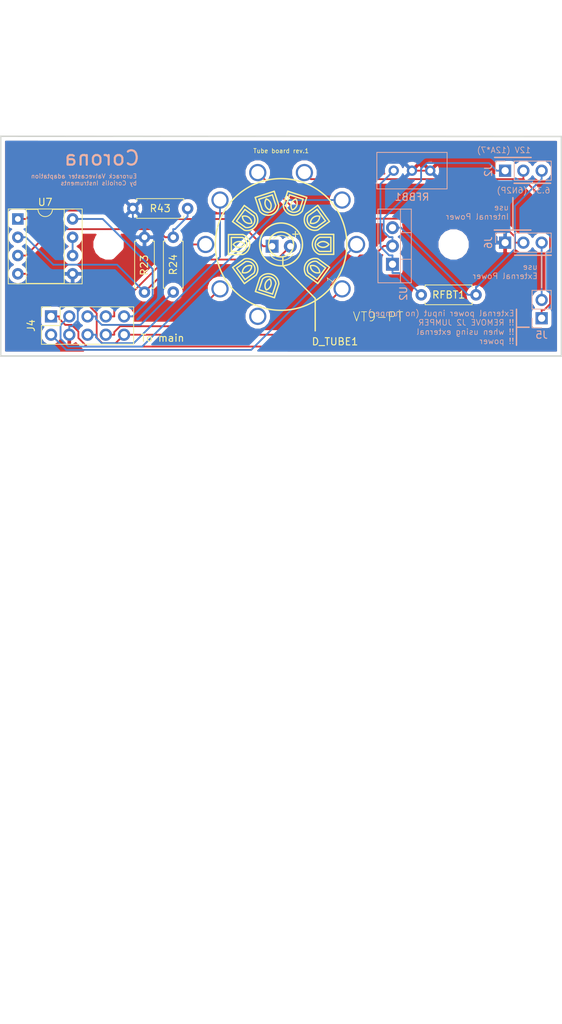
<source format=kicad_pcb>
(kicad_pcb (version 20171130) (host pcbnew "(5.0.0)")

  (general
    (thickness 1.6)
    (drawings 28)
    (tracks 144)
    (zones 0)
    (modules 16)
    (nets 20)
  )

  (page A4)
  (title_block
    (title Valve)
    (date 2018-01-22)
    (rev 1)
    (company "Coriolis Instruments")
    (comment 1 "Combined board with cutting lines.")
  )

  (layers
    (0 F.Cu signal)
    (31 B.Cu signal)
    (32 B.Adhes user hide)
    (33 F.Adhes user hide)
    (34 B.Paste user hide)
    (35 F.Paste user hide)
    (36 B.SilkS user)
    (37 F.SilkS user)
    (38 B.Mask user)
    (39 F.Mask user)
    (40 Dwgs.User user)
    (41 Cmts.User user hide)
    (42 Eco1.User user)
    (43 Eco2.User user hide)
    (44 Edge.Cuts user)
    (45 Margin user hide)
    (46 B.CrtYd user hide)
    (47 F.CrtYd user hide)
    (48 B.Fab user hide)
    (49 F.Fab user hide)
  )

  (setup
    (last_trace_width 0.25)
    (trace_clearance 0.2)
    (zone_clearance 0.508)
    (zone_45_only no)
    (trace_min 0.2)
    (segment_width 0.2)
    (edge_width 0.2)
    (via_size 0.8)
    (via_drill 0.4)
    (via_min_size 0.4)
    (via_min_drill 0.3)
    (uvia_size 0.3)
    (uvia_drill 0.1)
    (uvias_allowed no)
    (uvia_min_size 0.2)
    (uvia_min_drill 0.1)
    (pcb_text_width 0.3)
    (pcb_text_size 1.5 1.5)
    (mod_edge_width 0.15)
    (mod_text_size 1 1)
    (mod_text_width 0.15)
    (pad_size 3.2 3.2)
    (pad_drill 3.2)
    (pad_to_mask_clearance 0.2)
    (aux_axis_origin 107.95 156.21)
    (visible_elements 7FFFFF7F)
    (pcbplotparams
      (layerselection 0x010fc_ffffffff)
      (usegerberextensions true)
      (usegerberattributes false)
      (usegerberadvancedattributes false)
      (creategerberjobfile false)
      (excludeedgelayer true)
      (linewidth 0.100000)
      (plotframeref false)
      (viasonmask false)
      (mode 1)
      (useauxorigin false)
      (hpglpennumber 1)
      (hpglpenspeed 20)
      (hpglpendiameter 15.000000)
      (psnegative false)
      (psa4output false)
      (plotreference true)
      (plotvalue true)
      (plotinvisibletext false)
      (padsonsilk false)
      (subtractmaskfromsilk false)
      (outputformat 1)
      (mirror false)
      (drillshape 0)
      (scaleselection 1)
      (outputdirectory "gerbers_tubeBoard/"))
  )

  (net 0 "")
  (net 1 "/Tube Board/-6.3V_TB")
  (net 2 "/Tube Board/TUBE_4_TB")
  (net 3 "/Tube Board/-12V_TB")
  (net 4 "/Tube Board/TUBE_8_TB")
  (net 5 "/Tube Board/TUBE_7_TB")
  (net 6 "/Tube Board/TUBE_6_TB")
  (net 7 "/Tube Board/GND_TB")
  (net 8 "/Tube Board/TUBE_3_TB")
  (net 9 "/Tube Board/TUBE_2_TB")
  (net 10 "/Tube Board/TUBE_1_TB")
  (net 11 "Net-(RFBB1-Pad3)")
  (net 12 "/Tube Board/AUDIO_OUT_TB")
  (net 13 "Net-(D_TUBE1-Pad2)")
  (net 14 "Net-(J5-Pad2)")
  (net 15 "Net-(J6-Pad2)")
  (net 16 "/Tube Board/+12V_TB")
  (net 17 "Net-(D_TUBE1-Pad1)")
  (net 18 "Net-(R24-Pad2)")
  (net 19 "Net-(U7-Pad6)")

  (net_class Default "Dit is de standaard class."
    (clearance 0.2)
    (trace_width 0.25)
    (via_dia 0.8)
    (via_drill 0.4)
    (uvia_dia 0.3)
    (uvia_drill 0.1)
    (add_net "/Tube Board/+12V_TB")
    (add_net "/Tube Board/-12V_TB")
    (add_net "/Tube Board/-6.3V_TB")
    (add_net "/Tube Board/AUDIO_OUT_TB")
    (add_net "/Tube Board/GND_TB")
    (add_net "/Tube Board/TUBE_1_TB")
    (add_net "/Tube Board/TUBE_2_TB")
    (add_net "/Tube Board/TUBE_3_TB")
    (add_net "/Tube Board/TUBE_4_TB")
    (add_net "/Tube Board/TUBE_6_TB")
    (add_net "/Tube Board/TUBE_7_TB")
    (add_net "/Tube Board/TUBE_8_TB")
    (add_net "Net-(D_TUBE1-Pad1)")
    (add_net "Net-(D_TUBE1-Pad2)")
    (add_net "Net-(J5-Pad2)")
    (add_net "Net-(J6-Pad2)")
    (add_net "Net-(R24-Pad2)")
    (add_net "Net-(RFBB1-Pad3)")
    (add_net "Net-(U7-Pad6)")
  )

  (module Coriolis-KiCad:belton-engineering-VT9-PT (layer F.Cu) (tedit 5A9C1823) (tstamp 5A68B013)
    (at 39 15 270)
    (descr "VACUUM TUBE SOCKET")
    (tags "VACUUM TUBE SOCKET")
    (path /5A65C09D/5A673D74)
    (attr virtual)
    (fp_text reference SX1 (at 12.7 -11.43 270) (layer F.SilkS) hide
      (effects (font (size 1.27 1.27) (thickness 0.1016)))
    )
    (fp_text value VT9-PT (at 10.04 -13.5) (layer F.SilkS)
      (effects (font (size 1.27 1.27) (thickness 0.1016)))
    )
    (fp_line (start -1.39954 -7.32282) (end 1.37414 -7.32282) (layer F.SilkS) (width 0.2032))
    (fp_line (start 1.37414 -7.32282) (end 1.37414 -5.32384) (layer F.SilkS) (width 0.2032))
    (fp_line (start -1.39954 -7.32282) (end -1.39954 -5.32384) (layer F.SilkS) (width 0.2032))
    (fp_line (start -0.99822 -6.92404) (end -0.99822 -5.3975) (layer F.SilkS) (width 0.2032))
    (fp_line (start 0.97282 -5.3975) (end 0.97282 -6.92404) (layer F.SilkS) (width 0.2032))
    (fp_line (start 0.97282 -6.92404) (end -0.99822 -6.92404) (layer F.SilkS) (width 0.2032))
    (fp_line (start -9.14908 -6.69798) (end -9.14908 1.524) (layer Dwgs.User) (width 0.2032))
    (fp_line (start -9.14908 1.524) (end -9.14908 6.67258) (layer Dwgs.User) (width 0.2032))
    (fp_line (start 9.14908 6.69798) (end 9.14908 4.39928) (layer Dwgs.User) (width 0.2032))
    (fp_line (start 9.14908 4.39928) (end 9.14908 1.524) (layer Dwgs.User) (width 0.2032))
    (fp_line (start 9.14908 1.524) (end 9.14908 -6.67258) (layer Dwgs.User) (width 0.2032))
    (fp_line (start 3.17246 -6.74878) (end 5.41782 -5.11556) (layer F.SilkS) (width 0.2032))
    (fp_line (start 5.41782 -5.11556) (end 4.2418 -3.49758) (layer F.SilkS) (width 0.2032))
    (fp_line (start 3.17246 -6.74878) (end 1.99644 -5.1308) (layer F.SilkS) (width 0.2032))
    (fp_line (start 3.25882 -6.18998) (end 2.36474 -4.95554) (layer F.SilkS) (width 0.2032))
    (fp_line (start 3.9624 -3.79476) (end 4.85902 -5.0292) (layer F.SilkS) (width 0.2032))
    (fp_line (start 4.85902 -5.0292) (end 3.25882 -6.18998) (layer F.SilkS) (width 0.2032))
    (fp_line (start -5.4356 -5.10286) (end -3.19278 -6.73354) (layer F.SilkS) (width 0.2032))
    (fp_line (start -3.19278 -6.73354) (end -2.01676 -5.11556) (layer F.SilkS) (width 0.2032))
    (fp_line (start -5.4356 -5.10286) (end -4.26212 -3.48488) (layer F.SilkS) (width 0.2032))
    (fp_line (start -4.87934 -5.01396) (end -3.98272 -3.77952) (layer F.SilkS) (width 0.2032))
    (fp_line (start -2.38506 -4.9403) (end -3.27914 -6.17474) (layer F.SilkS) (width 0.2032))
    (fp_line (start -3.27914 -6.17474) (end -4.87934 -5.01396) (layer F.SilkS) (width 0.2032))
    (fp_line (start -7.39902 -0.92964) (end -6.5405 -3.5687) (layer F.SilkS) (width 0.2032))
    (fp_line (start -6.5405 -3.5687) (end -4.63804 -2.95148) (layer F.SilkS) (width 0.2032))
    (fp_line (start -7.39902 -0.92964) (end -5.49656 -0.31242) (layer F.SilkS) (width 0.2032))
    (fp_line (start -6.89356 -1.18872) (end -5.44322 -0.71628) (layer F.SilkS) (width 0.2032))
    (fp_line (start -4.83362 -2.59588) (end -6.28396 -3.06578) (layer F.SilkS) (width 0.2032))
    (fp_line (start -6.28396 -3.06578) (end -6.89356 -1.18872) (layer F.SilkS) (width 0.2032))
    (fp_line (start -6.53288 3.5941) (end -7.38886 0.95504) (layer F.SilkS) (width 0.2032))
    (fp_line (start -7.38886 0.95504) (end -5.48894 0.33528) (layer F.SilkS) (width 0.2032))
    (fp_line (start -6.53288 3.5941) (end -4.63042 2.97688) (layer F.SilkS) (width 0.2032))
    (fp_line (start -6.27634 3.08864) (end -4.826 2.61874) (layer F.SilkS) (width 0.2032))
    (fp_line (start -5.4356 0.73914) (end -6.88594 1.21158) (layer F.SilkS) (width 0.2032))
    (fp_line (start -6.88594 1.21158) (end -6.27634 3.08864) (layer F.SilkS) (width 0.2032))
    (fp_line (start -3.17246 6.74878) (end -5.41528 5.11556) (layer F.SilkS) (width 0.2032))
    (fp_line (start -5.41528 5.11556) (end -4.2418 3.49758) (layer F.SilkS) (width 0.2032))
    (fp_line (start -3.17246 6.74878) (end -1.99644 5.1308) (layer F.SilkS) (width 0.2032))
    (fp_line (start -3.25882 6.18998) (end -2.36474 4.95554) (layer F.SilkS) (width 0.2032))
    (fp_line (start -3.9624 3.79476) (end -4.85902 5.0292) (layer F.SilkS) (width 0.2032))
    (fp_line (start -4.85902 5.0292) (end -3.25882 6.18998) (layer F.SilkS) (width 0.2032))
    (fp_line (start 1.39954 7.32282) (end -1.37414 7.32282) (layer F.SilkS) (width 0.2032))
    (fp_line (start -1.37414 7.32282) (end -1.37414 5.32384) (layer F.SilkS) (width 0.2032))
    (fp_line (start 1.39954 7.32282) (end 1.39954 5.32384) (layer F.SilkS) (width 0.2032))
    (fp_line (start 0.99822 6.92404) (end 0.99822 5.3975) (layer F.SilkS) (width 0.2032))
    (fp_line (start -0.97282 5.3975) (end -0.97282 6.92404) (layer F.SilkS) (width 0.2032))
    (fp_line (start -0.97282 6.92404) (end 0.99822 6.92404) (layer F.SilkS) (width 0.2032))
    (fp_line (start 5.4356 5.10286) (end 3.19278 6.73354) (layer F.SilkS) (width 0.2032))
    (fp_line (start 3.19278 6.73354) (end 2.01676 5.11556) (layer F.SilkS) (width 0.2032))
    (fp_line (start 5.4356 5.10286) (end 4.26212 3.48488) (layer F.SilkS) (width 0.2032))
    (fp_line (start 4.8768 5.01396) (end 3.98272 3.77952) (layer F.SilkS) (width 0.2032))
    (fp_line (start 2.38506 4.9403) (end 3.27914 6.17474) (layer F.SilkS) (width 0.2032))
    (fp_line (start 3.27914 6.17474) (end 4.8768 5.01396) (layer F.SilkS) (width 0.2032))
    (fp_line (start 7.39648 0.92964) (end 6.5405 3.5687) (layer F.SilkS) (width 0.2032))
    (fp_line (start 6.5405 3.5687) (end 4.63804 2.95148) (layer F.SilkS) (width 0.2032))
    (fp_line (start 7.39648 0.92964) (end 5.49656 0.31242) (layer F.SilkS) (width 0.2032))
    (fp_line (start 6.89356 1.18618) (end 5.44322 0.71628) (layer F.SilkS) (width 0.2032))
    (fp_line (start 4.83362 2.59334) (end 6.28396 3.06578) (layer F.SilkS) (width 0.2032))
    (fp_line (start 6.28396 3.06578) (end 6.89356 1.18618) (layer F.SilkS) (width 0.2032))
    (fp_line (start -9.24814 -1.524) (end -10.2235 -1.87452) (layer Dwgs.User) (width 0.2032))
    (fp_line (start -10.2235 -1.87452) (end -9.398 -4.47294) (layer Dwgs.User) (width 0.2032))
    (fp_line (start -9.398 -4.47294) (end -9.17448 -4.39928) (layer Dwgs.User) (width 0.2032))
    (fp_line (start -9.14908 1.524) (end -10.2235 1.87452) (layer Dwgs.User) (width 0.2032))
    (fp_line (start -10.2235 1.87452) (end -9.34974 4.49834) (layer Dwgs.User) (width 0.2032))
    (fp_line (start -9.34974 4.49834) (end -9.19988 4.42468) (layer Dwgs.User) (width 0.2032))
    (fp_line (start 9.14908 1.524) (end 10.1727 1.87452) (layer Dwgs.User) (width 0.2032))
    (fp_line (start 10.1727 1.87452) (end 9.3726 4.49834) (layer Dwgs.User) (width 0.2032))
    (fp_line (start 9.3726 4.49834) (end 9.14908 4.39928) (layer Dwgs.User) (width 0.2032))
    (fp_circle (center 0 0) (end 0 -9.14908) (layer F.SilkS) (width 0.2032))
    (fp_circle (center 0 0) (end 0 -1.73482) (layer F.SilkS) (width 0.2032))
    (fp_circle (center 0 0) (end 0 -2.97942) (layer F.SilkS) (width 0.2032))
    (fp_arc (start -0.01016 -0.01016) (end -9.14908 -6.69798) (angle 107.6) (layer Dwgs.User) (width 0.2032))
    (fp_arc (start -0.01016 -0.02286) (end -9.14908 -5.87248) (angle 114.7) (layer Dwgs.User) (width 0.2032))
    (fp_arc (start -0.01016 -5.82422) (end 1.37414 -5.32384) (angle 140.3) (layer F.SilkS) (width 0.2032))
    (fp_arc (start -0.01016 -5.82422) (end 0.97282 -5.3975) (angle 133.4) (layer F.SilkS) (width 0.2032))
    (fp_arc (start 0.5969 -5.84962) (end 0 -5.04952) (angle 106.3) (layer F.SilkS) (width 0.2032))
    (fp_arc (start -0.5969 -5.84962) (end 0 -6.64972) (angle 106.3) (layer F.SilkS) (width 0.2032))
    (fp_arc (start 0.01016 0.01016) (end 9.14908 6.69798) (angle 107.6) (layer Dwgs.User) (width 0.2032))
    (fp_arc (start 0.01016 0.02286) (end 9.14908 5.87248) (angle 114.7) (layer Dwgs.User) (width 0.2032))
    (fp_arc (start 3.41122 -4.71932) (end 4.2418 -3.49758) (angle 140.3) (layer F.SilkS) (width 0.2032))
    (fp_arc (start 3.41122 -4.71932) (end 3.9624 -3.79476) (angle 133.4) (layer F.SilkS) (width 0.2032))
    (fp_arc (start 3.92176 -4.37896) (end 2.96672 -4.08432) (angle 106.3) (layer F.SilkS) (width 0.2032))
    (fp_arc (start 2.95148 -5.08254) (end 3.90652 -5.37972) (angle 106.3) (layer F.SilkS) (width 0.2032))
    (fp_arc (start -3.43154 -4.70408) (end -2.01676 -5.11556) (angle 140.3) (layer F.SilkS) (width 0.2032))
    (fp_arc (start -3.43154 -4.70408) (end -2.38506 -4.9403) (angle 133.4) (layer F.SilkS) (width 0.2032))
    (fp_arc (start -2.95148 -5.08254) (end -2.96672 -4.08432) (angle 106.3) (layer F.SilkS) (width 0.2032))
    (fp_arc (start -3.92176 -4.37896) (end -3.90652 -5.37972) (angle 106.3) (layer F.SilkS) (width 0.2032))
    (fp_arc (start -5.54228 -1.78562) (end -4.63804 -2.95148) (angle 140.3) (layer F.SilkS) (width 0.2032))
    (fp_arc (start -5.54228 -1.78562) (end -4.83362 -2.59588) (angle 133.4) (layer F.SilkS) (width 0.2032))
    (fp_arc (start -5.37718 -2.37744) (end -4.8006 -1.55956) (angle 106.3) (layer F.SilkS) (width 0.2032))
    (fp_arc (start -5.74802 -1.23698) (end -6.32206 -2.05486) (angle 106.3) (layer F.SilkS) (width 0.2032))
    (fp_arc (start -5.53466 1.81102) (end -5.48894 0.33528) (angle 140.3) (layer F.SilkS) (width 0.2032))
    (fp_arc (start -5.53466 1.81102) (end -5.4356 0.73914) (angle 133.4) (layer F.SilkS) (width 0.2032))
    (fp_arc (start -5.74802 1.23698) (end -4.8006 1.55956) (angle 106.3) (layer F.SilkS) (width 0.2032))
    (fp_arc (start -5.37718 2.37744) (end -6.32206 2.05486) (angle 106.3) (layer F.SilkS) (width 0.2032))
    (fp_arc (start -3.41122 4.71932) (end -4.2418 3.49758) (angle 140.3) (layer F.SilkS) (width 0.2032))
    (fp_arc (start -3.41122 4.71932) (end -3.9624 3.79476) (angle 133.4) (layer F.SilkS) (width 0.2032))
    (fp_arc (start -3.92176 4.37896) (end -2.96672 4.08432) (angle 106.3) (layer F.SilkS) (width 0.2032))
    (fp_arc (start -2.95148 5.08254) (end -3.90652 5.37972) (angle 106.3) (layer F.SilkS) (width 0.2032))
    (fp_arc (start 0.01016 5.82422) (end -1.37414 5.32384) (angle 140.3) (layer F.SilkS) (width 0.2032))
    (fp_arc (start 0.01016 5.82422) (end -0.97282 5.3975) (angle 133.4) (layer F.SilkS) (width 0.2032))
    (fp_arc (start -0.5969 5.84962) (end 0 5.04952) (angle 106.3) (layer F.SilkS) (width 0.2032))
    (fp_arc (start 0.5969 5.84962) (end 0 6.64972) (angle 106.3) (layer F.SilkS) (width 0.2032))
    (fp_arc (start 3.43154 4.70408) (end 2.01676 5.11556) (angle 140.3) (layer F.SilkS) (width 0.2032))
    (fp_arc (start 3.43154 4.70408) (end 2.38506 4.9403) (angle 133.4) (layer F.SilkS) (width 0.2032))
    (fp_arc (start 2.95148 5.08254) (end 2.96672 4.08432) (angle 106.3) (layer F.SilkS) (width 0.2032))
    (fp_arc (start 3.92176 4.37896) (end 3.90652 5.37972) (angle 106.3) (layer F.SilkS) (width 0.2032))
    (fp_arc (start 5.54228 1.78562) (end 4.63804 2.95148) (angle 140.4) (layer F.SilkS) (width 0.2032))
    (fp_arc (start 5.54228 1.78562) (end 4.83362 2.59334) (angle 133.4) (layer F.SilkS) (width 0.2032))
    (fp_arc (start 5.37718 2.37744) (end 4.8006 1.55956) (angle 106.3) (layer F.SilkS) (width 0.2032))
    (fp_arc (start 5.74802 1.23698) (end 6.32206 2.05232) (angle 106.3) (layer F.SilkS) (width 0.2032))
    (fp_text user 1 (at 4.953 -6.858 234) (layer F.SilkS)
      (effects (font (size 1.016 1.016) (thickness 0.0762)))
    )
    (pad 1 thru_hole circle (at 6.16966 -8.49376 270) (size 2.39776 2.39776) (drill 1.79832) (layers *.Cu *.Paste *.Mask)
      (net 10 "/Tube Board/TUBE_1_TB"))
    (pad 2 thru_hole circle (at 0 -10.49782 270) (size 2.39776 2.39776) (drill 1.79832) (layers *.Cu *.Paste *.Mask)
      (net 9 "/Tube Board/TUBE_2_TB"))
    (pad 3 thru_hole circle (at -6.16966 -8.49376 270) (size 2.39776 2.39776) (drill 1.79832) (layers *.Cu *.Paste *.Mask)
      (net 8 "/Tube Board/TUBE_3_TB"))
    (pad 4 thru_hole circle (at -9.98474 -3.24358 270) (size 2.39776 2.39776) (drill 1.79832) (layers *.Cu *.Paste *.Mask)
      (net 2 "/Tube Board/TUBE_4_TB"))
    (pad 5 thru_hole circle (at -9.98474 3.24358 270) (size 2.39776 2.39776) (drill 1.79832) (layers *.Cu *.Paste *.Mask)
      (net 15 "Net-(J6-Pad2)"))
    (pad 6 thru_hole circle (at -6.16966 8.49376 270) (size 2.39776 2.39776) (drill 1.79832) (layers *.Cu *.Paste *.Mask)
      (net 6 "/Tube Board/TUBE_6_TB"))
    (pad 7 thru_hole circle (at 0 10.49782 270) (size 2.39776 2.39776) (drill 1.79832) (layers *.Cu *.Paste *.Mask)
      (net 5 "/Tube Board/TUBE_7_TB"))
    (pad 8 thru_hole circle (at 6.16966 8.49376 270) (size 2.39776 2.39776) (drill 1.79832) (layers *.Cu *.Paste *.Mask)
      (net 4 "/Tube Board/TUBE_8_TB"))
    (pad 9 thru_hole circle (at 9.98474 3.24358 270) (size 2.39776 2.39776) (drill 1.79832) (layers *.Cu *.Paste *.Mask))
  )

  (module TO_SOT_Packages_THT:TO-220-3_Vertical (layer B.Cu) (tedit 58CE52AD) (tstamp 5A6921D0)
    (at 54.5 17.75 90)
    (descr "TO-220-3, Vertical, RM 2.54mm")
    (tags "TO-220-3 Vertical RM 2.54mm")
    (path /5A65C09D/5A675180)
    (fp_text reference U2 (at -4.064 1.524 90) (layer B.SilkS)
      (effects (font (size 1 1) (thickness 0.15)) (justify mirror))
    )
    (fp_text value LM337_TO220 (at 2.54 -3.92 90) (layer B.Fab)
      (effects (font (size 1 1) (thickness 0.15)) (justify mirror))
    )
    (fp_line (start 7.79 2.75) (end -2.71 2.75) (layer B.CrtYd) (width 0.05))
    (fp_line (start 7.79 -2.16) (end 7.79 2.75) (layer B.CrtYd) (width 0.05))
    (fp_line (start -2.71 -2.16) (end 7.79 -2.16) (layer B.CrtYd) (width 0.05))
    (fp_line (start -2.71 2.75) (end -2.71 -2.16) (layer B.CrtYd) (width 0.05))
    (fp_line (start 4.391 2.62) (end 4.391 1.11) (layer B.SilkS) (width 0.12))
    (fp_line (start 0.69 2.62) (end 0.69 1.11) (layer B.SilkS) (width 0.12))
    (fp_line (start -2.58 1.11) (end 7.66 1.11) (layer B.SilkS) (width 0.12))
    (fp_line (start 7.66 2.62) (end 7.66 -2.021) (layer B.SilkS) (width 0.12))
    (fp_line (start -2.58 2.62) (end -2.58 -2.021) (layer B.SilkS) (width 0.12))
    (fp_line (start -2.58 -2.021) (end 7.66 -2.021) (layer B.SilkS) (width 0.12))
    (fp_line (start -2.58 2.62) (end 7.66 2.62) (layer B.SilkS) (width 0.12))
    (fp_line (start 4.39 2.5) (end 4.39 1.23) (layer B.Fab) (width 0.1))
    (fp_line (start 0.69 2.5) (end 0.69 1.23) (layer B.Fab) (width 0.1))
    (fp_line (start -2.46 1.23) (end 7.54 1.23) (layer B.Fab) (width 0.1))
    (fp_line (start 7.54 2.5) (end -2.46 2.5) (layer B.Fab) (width 0.1))
    (fp_line (start 7.54 -1.9) (end 7.54 2.5) (layer B.Fab) (width 0.1))
    (fp_line (start -2.46 -1.9) (end 7.54 -1.9) (layer B.Fab) (width 0.1))
    (fp_line (start -2.46 2.5) (end -2.46 -1.9) (layer B.Fab) (width 0.1))
    (fp_text user %R (at 2.54 3.62 90) (layer B.Fab)
      (effects (font (size 1 1) (thickness 0.15)) (justify mirror))
    )
    (pad 3 thru_hole oval (at 5.08 0 90) (size 1.8 1.8) (drill 1) (layers *.Cu *.Mask)
      (net 1 "/Tube Board/-6.3V_TB"))
    (pad 2 thru_hole oval (at 2.54 0 90) (size 1.8 1.8) (drill 1) (layers *.Cu *.Mask)
      (net 3 "/Tube Board/-12V_TB"))
    (pad 1 thru_hole rect (at 0 0 90) (size 1.8 1.8) (drill 1) (layers *.Cu *.Mask)
      (net 11 "Net-(RFBB1-Pad3)"))
    (model ${KISYS3DMOD}/TO_SOT_Packages_THT.3dshapes/TO-220-3_Vertical.wrl
      (offset (xyz 2.539999961853027 0 0))
      (scale (xyz 0.393701 0.393701 0.393701))
      (rotate (xyz 0 0 0))
    )
  )

  (module Mounting_Holes:MountingHole_3.2mm_M3 (layer B.Cu) (tedit 5BE897D2) (tstamp 5AA8A5D4)
    (at 15.19 15.21)
    (descr "Mounting Hole 3.2mm, no annular, M3")
    (tags "mounting hole 3.2mm no annular m3")
    (path /5A65C09D/5A9D0472)
    (attr virtual)
    (fp_text reference MK1 (at 0 4.2) (layer B.SilkS) hide
      (effects (font (size 1 1) (thickness 0.15)) (justify mirror))
    )
    (fp_text value Mounting_Hole (at 0 -4.2) (layer B.Fab)
      (effects (font (size 1 1) (thickness 0.15)) (justify mirror))
    )
    (fp_text user %R (at 0.3 0) (layer B.Fab)
      (effects (font (size 1 1) (thickness 0.15)) (justify mirror))
    )
    (fp_circle (center 0 0) (end 3.2 0) (layer Cmts.User) (width 0.15))
    (fp_circle (center 0 0) (end 3.45 0) (layer B.CrtYd) (width 0.05))
    (pad "" np_thru_hole circle (at -0.19 -0.21) (size 3.2 3.2) (drill 3.2) (layers *.Cu *.Mask))
  )

  (module Mounting_Holes:MountingHole_3.2mm_M3 (layer F.Cu) (tedit 5BF2D083) (tstamp 5AA8A5DC)
    (at 63.45 15.21)
    (descr "Mounting Hole 3.2mm, no annular, M3")
    (tags "mounting hole 3.2mm no annular m3")
    (path /5A65C09D/5A9D055A)
    (attr virtual)
    (fp_text reference MK2 (at 0 -4.2) (layer F.SilkS) hide
      (effects (font (size 1 1) (thickness 0.15)))
    )
    (fp_text value Mounting_Hole (at 0 4.2) (layer F.Fab)
      (effects (font (size 1 1) (thickness 0.15)))
    )
    (fp_circle (center 0 0) (end 3.45 0) (layer F.CrtYd) (width 0.05))
    (fp_circle (center 0 0) (end 3.2 0) (layer Cmts.User) (width 0.15))
    (fp_text user %R (at 0.3 0) (layer F.Fab)
      (effects (font (size 1 1) (thickness 0.15)))
    )
    (pad "" np_thru_hole circle (at -0.45 -0.21) (size 3.2 3.2) (drill 3.2) (layers *.Cu *.Mask))
  )

  (module Connector_PinHeader_2.54mm:PinHeader_1x02_P2.54mm_Vertical (layer B.Cu) (tedit 59FED5CC) (tstamp 5BF602F5)
    (at 75.25 25.25)
    (descr "Through hole straight pin header, 1x02, 2.54mm pitch, single row")
    (tags "Through hole pin header THT 1x02 2.54mm single row")
    (path /5A65C09D/5BE94710)
    (fp_text reference J5 (at 0 2.33) (layer B.SilkS)
      (effects (font (size 1 1) (thickness 0.15)) (justify mirror))
    )
    (fp_text value Conn_01x02_Male (at 0 -4.87) (layer B.Fab)
      (effects (font (size 1 1) (thickness 0.15)) (justify mirror))
    )
    (fp_line (start -0.635 1.27) (end 1.27 1.27) (layer B.Fab) (width 0.1))
    (fp_line (start 1.27 1.27) (end 1.27 -3.81) (layer B.Fab) (width 0.1))
    (fp_line (start 1.27 -3.81) (end -1.27 -3.81) (layer B.Fab) (width 0.1))
    (fp_line (start -1.27 -3.81) (end -1.27 0.635) (layer B.Fab) (width 0.1))
    (fp_line (start -1.27 0.635) (end -0.635 1.27) (layer B.Fab) (width 0.1))
    (fp_line (start -1.33 -3.87) (end 1.33 -3.87) (layer B.SilkS) (width 0.12))
    (fp_line (start -1.33 -1.27) (end -1.33 -3.87) (layer B.SilkS) (width 0.12))
    (fp_line (start 1.33 -1.27) (end 1.33 -3.87) (layer B.SilkS) (width 0.12))
    (fp_line (start -1.33 -1.27) (end 1.33 -1.27) (layer B.SilkS) (width 0.12))
    (fp_line (start -1.33 0) (end -1.33 1.33) (layer B.SilkS) (width 0.12))
    (fp_line (start -1.33 1.33) (end 0 1.33) (layer B.SilkS) (width 0.12))
    (fp_line (start -1.8 1.8) (end -1.8 -4.35) (layer B.CrtYd) (width 0.05))
    (fp_line (start -1.8 -4.35) (end 1.8 -4.35) (layer B.CrtYd) (width 0.05))
    (fp_line (start 1.8 -4.35) (end 1.8 1.8) (layer B.CrtYd) (width 0.05))
    (fp_line (start 1.8 1.8) (end -1.8 1.8) (layer B.CrtYd) (width 0.05))
    (fp_text user %R (at 0 -1.27 -90) (layer B.Fab)
      (effects (font (size 1 1) (thickness 0.15)) (justify mirror))
    )
    (pad 1 thru_hole rect (at 0 0) (size 1.7 1.7) (drill 1) (layers *.Cu *.Mask)
      (net 2 "/Tube Board/TUBE_4_TB"))
    (pad 2 thru_hole oval (at 0 -2.54) (size 1.7 1.7) (drill 1) (layers *.Cu *.Mask)
      (net 14 "Net-(J5-Pad2)"))
    (model ${KISYS3DMOD}/Connector_PinHeader_2.54mm.3dshapes/PinHeader_1x02_P2.54mm_Vertical.wrl
      (at (xyz 0 0 0))
      (scale (xyz 1 1 1))
      (rotate (xyz 0 0 0))
    )
  )

  (module Coriolis-KiCad:art_Coriolis_logo_copper (layer B.Cu) (tedit 5B7F0CCE) (tstamp 5BEAF24A)
    (at 39 15.5 180)
    (path /5A65C09D/5BEAFAE5)
    (fp_text reference MK5 (at -0.015876 0.613882 180) (layer B.SilkS) hide
      (effects (font (size 1.524 1.524) (thickness 0.3)) (justify mirror))
    )
    (fp_text value CoriolisLogo (at -0.015876 0.613882 180) (layer B.SilkS) hide
      (effects (font (size 1.524 1.524) (thickness 0.3)) (justify mirror))
    )
    (fp_poly (pts (xy -0.010584 0.493162) (xy -0.015875 0.48787) (xy -0.021167 0.493162) (xy -0.015875 0.498453)
      (xy -0.010584 0.493162)) (layer B.Mask) (width 0.01))
    (fp_poly (pts (xy -0.304666 8.13485) (xy -0.274468 8.122128) (xy -0.229895 8.102262) (xy -0.173261 8.076345)
      (xy -0.106877 8.045469) (xy -0.033056 8.010729) (xy 0.045891 7.973218) (xy 0.12765 7.934029)
      (xy 0.209909 7.894255) (xy 0.290357 7.85499) (xy 0.36668 7.817327) (xy 0.433361 7.783977)
      (xy 0.784478 7.603518) (xy 1.132986 7.417648) (xy 1.477287 7.227367) (xy 1.815786 7.033671)
      (xy 2.146887 6.837562) (xy 2.468993 6.640035) (xy 2.780509 6.442092) (xy 3.079837 6.244729)
      (xy 3.365383 6.048946) (xy 3.635549 5.855741) (xy 3.88874 5.666114) (xy 4.123359 5.481061)
      (xy 4.153403 5.456583) (xy 4.284758 5.346914) (xy 4.418308 5.231254) (xy 4.551297 5.112194)
      (xy 4.68097 4.992324) (xy 4.804573 4.874234) (xy 4.919351 4.760514) (xy 5.02255 4.653756)
      (xy 5.111414 4.556548) (xy 5.115785 4.551583) (xy 5.286924 4.346425) (xy 5.438544 4.142966)
      (xy 5.570528 3.941506) (xy 5.682759 3.742349) (xy 5.775121 3.545795) (xy 5.847496 3.352145)
      (xy 5.899767 3.161703) (xy 5.931818 2.974768) (xy 5.943531 2.791644) (xy 5.93479 2.612631)
      (xy 5.916073 2.488041) (xy 5.87271 2.319868) (xy 5.808744 2.156133) (xy 5.724298 1.996974)
      (xy 5.619497 1.84253) (xy 5.494461 1.692937) (xy 5.349316 1.548334) (xy 5.184183 1.40886)
      (xy 4.999186 1.274651) (xy 4.794447 1.145845) (xy 4.644502 1.061679) (xy 4.434096 0.956175)
      (xy 4.203189 0.854425) (xy 3.952126 0.756516) (xy 3.681252 0.662535) (xy 3.390912 0.572571)
      (xy 3.081453 0.486711) (xy 2.75322 0.405043) (xy 2.406557 0.327653) (xy 2.04181 0.254631)
      (xy 1.659325 0.186064) (xy 1.259447 0.122038) (xy 0.842522 0.062642) (xy 0.56774 0.027203)
      (xy 0.488179 0.01733) (xy 0.413366 0.008019) (xy 0.346497 -0.000327) (xy 0.290767 -0.007312)
      (xy 0.24937 -0.012534) (xy 0.225502 -0.015593) (xy 0.22434 -0.015747) (xy 0.179361 -0.021714)
      (xy 0.179332 -0.177169) (xy 0.179017 -0.241988) (xy 0.178113 -0.323867) (xy 0.176646 -0.421897)
      (xy 0.174644 -0.535165) (xy 0.172134 -0.66276) (xy 0.169144 -0.803769) (xy 0.165701 -0.957283)
      (xy 0.161832 -1.122388) (xy 0.157565 -1.298174) (xy 0.152927 -1.483728) (xy 0.147945 -1.678139)
      (xy 0.142647 -1.880496) (xy 0.13706 -2.089887) (xy 0.131212 -2.3054) (xy 0.125129 -2.526124)
      (xy 0.11884 -2.751147) (xy 0.112371 -2.979558) (xy 0.10575 -3.210444) (xy 0.099005 -3.442895)
      (xy 0.092162 -3.675999) (xy 0.085249 -3.908844) (xy 0.078293 -4.140519) (xy 0.071322 -4.370111)
      (xy 0.064363 -4.59671) (xy 0.057443 -4.819403) (xy 0.05059 -5.03728) (xy 0.043832 -5.249429)
      (xy 0.037195 -5.454937) (xy 0.030706 -5.652894) (xy 0.024394 -5.842387) (xy 0.018285 -6.022506)
      (xy 0.012408 -6.192339) (xy 0.006788 -6.350973) (xy 0.001455 -6.497498) (xy -0.003566 -6.631001)
      (xy -0.008246 -6.750572) (xy -0.012559 -6.855299) (xy -0.016477 -6.944269) (xy -0.019972 -7.016572)
      (xy -0.023017 -7.071296) (xy -0.025586 -7.107529) (xy -0.027649 -7.12436) (xy -0.029088 -7.121834)
      (xy -0.030232 -7.103654) (xy -0.031995 -7.065636) (xy -0.034336 -7.009098) (xy -0.037207 -6.935359)
      (xy -0.040566 -6.845735) (xy -0.044368 -6.741547) (xy -0.048569 -6.62411) (xy -0.053123 -6.494745)
      (xy -0.057986 -6.354768) (xy -0.063114 -6.205498) (xy -0.068463 -6.048254) (xy -0.073988 -5.884352)
      (xy -0.079644 -5.715112) (xy -0.085387 -5.541852) (xy -0.091172 -5.365889) (xy -0.096956 -5.188542)
      (xy -0.102693 -5.011129) (xy -0.108339 -4.834968) (xy -0.11385 -4.661377) (xy -0.119181 -4.491674)
      (xy -0.124288 -4.327177) (xy -0.129126 -4.169206) (xy -0.132645 -4.052667) (xy -0.138704 -3.847706)
      (xy -0.145123 -3.625122) (xy -0.151807 -3.388451) (xy -0.158662 -3.141231) (xy -0.165593 -2.887001)
      (xy -0.172506 -2.629297) (xy -0.179306 -2.371658) (xy -0.1859 -2.117622) (xy -0.192192 -1.870725)
      (xy -0.198089 -1.634507) (xy -0.203495 -1.412503) (xy -0.206522 -1.285125) (xy -0.209514 -1.158214)
      (xy -0.212556 -1.029759) (xy -0.215578 -0.902673) (xy -0.218511 -0.779871) (xy -0.221285 -0.66427)
      (xy -0.223829 -0.558783) (xy -0.226074 -0.466326) (xy -0.22795 -0.389814) (xy -0.229125 -0.342591)
      (xy -0.23605 -0.066807) (xy -0.263824 -0.070071) (xy -0.569636 -0.106916) (xy -0.856049 -0.143339)
      (xy -1.12482 -0.179623) (xy -1.377706 -0.216055) (xy -1.616462 -0.252918) (xy -1.842845 -0.290498)
      (xy -2.058611 -0.329079) (xy -2.265517 -0.368947) (xy -2.465319 -0.410386) (xy -2.659772 -0.453682)
      (xy -2.731056 -0.470309) (xy -2.982 -0.532455) (xy -3.226942 -0.598827) (xy -3.464207 -0.668818)
      (xy -3.692122 -0.74182) (xy -3.90901 -0.817225) (xy -4.113198 -0.894426) (xy -4.303011 -0.972815)
      (xy -4.476774 -1.051783) (xy -4.632813 -1.130725) (xy -4.769454 -1.20903) (xy -4.773639 -1.211613)
      (xy -4.902448 -1.297714) (xy -5.024855 -1.392069) (xy -5.137397 -1.49159) (xy -5.236614 -1.593189)
      (xy -5.319044 -1.693779) (xy -5.32809 -1.70626) (xy -5.372279 -1.775968) (xy -5.415786 -1.858435)
      (xy -5.454758 -1.945495) (xy -5.485342 -2.02898) (xy -5.493865 -2.057709) (xy -5.507487 -2.123668)
      (xy -5.51724 -2.204024) (xy -5.522923 -2.292325) (xy -5.524332 -2.382119) (xy -5.521262 -2.466956)
      (xy -5.513512 -2.540384) (xy -5.509751 -2.561721) (xy -5.472178 -2.709434) (xy -5.417808 -2.860567)
      (xy -5.346278 -3.015686) (xy -5.257224 -3.175356) (xy -5.150285 -3.34014) (xy -5.025095 -3.510603)
      (xy -4.881294 -3.68731) (xy -4.718517 -3.870825) (xy -4.562001 -4.035625) (xy -4.330777 -4.263946)
      (xy -4.084546 -4.490854) (xy -3.822674 -4.716812) (xy -3.544532 -4.942283) (xy -3.24949 -5.167731)
      (xy -2.936915 -5.393617) (xy -2.606178 -5.620405) (xy -2.256647 -5.848557) (xy -1.887692 -6.078538)
      (xy -1.498682 -6.310809) (xy -1.323472 -6.412432) (xy -1.142368 -6.516601) (xy -0.978777 -6.610727)
      (xy -0.831856 -6.695303) (xy -0.700759 -6.770823) (xy -0.584644 -6.837778) (xy -0.482664 -6.896661)
      (xy -0.393976 -6.947965) (xy -0.317735 -6.992183) (xy -0.253097 -7.029807) (xy -0.199217 -7.06133)
      (xy -0.15525 -7.087244) (xy -0.120351 -7.108043) (xy -0.093678 -7.124219) (xy -0.074384 -7.136264)
      (xy -0.061626 -7.144672) (xy -0.054558 -7.149935) (xy -0.052337 -7.152545) (xy -0.054002 -7.15301)
      (xy -0.06441 -7.148442) (xy -0.091366 -7.135847) (xy -0.132365 -7.116415) (xy -0.184903 -7.091339)
      (xy -0.246473 -7.061812) (xy -0.314573 -7.029025) (xy -0.318056 -7.027345) (xy -0.543916 -6.918316)
      (xy -0.751866 -6.817769) (xy -0.943105 -6.725083) (xy -1.118832 -6.63964) (xy -1.280246 -6.560819)
      (xy -1.428548 -6.488) (xy -1.564935 -6.420564) (xy -1.690608 -6.357889) (xy -1.806766 -6.299357)
      (xy -1.914608 -6.244348) (xy -2.015333 -6.192241) (xy -2.110141 -6.142417) (xy -2.200232 -6.094255)
      (xy -2.286803 -6.047136) (xy -2.371056 -6.00044) (xy -2.454188 -5.953546) (xy -2.5374 -5.905835)
      (xy -2.621891 -5.856688) (xy -2.708859 -5.805483) (xy -2.799505 -5.751602) (xy -2.884514 -5.700732)
      (xy -3.245452 -5.477522) (xy -3.586665 -5.252646) (xy -3.909583 -5.025081) (xy -4.215638 -4.7938)
      (xy -4.506262 -4.55778) (xy -4.632733 -4.449453) (xy -4.697129 -4.391974) (xy -4.769966 -4.324578)
      (xy -4.848628 -4.249878) (xy -4.9305 -4.170488) (xy -5.012965 -4.089019) (xy -5.093409 -4.008086)
      (xy -5.169216 -3.930301) (xy -5.237769 -3.858277) (xy -5.296453 -3.794627) (xy -5.342653 -3.741964)
      (xy -5.351196 -3.731732) (xy -5.497764 -3.543286) (xy -5.625849 -3.355954) (xy -5.735044 -3.170496)
      (xy -5.824944 -2.987671) (xy -5.895144 -2.808238) (xy -5.945238 -2.632956) (xy -5.950355 -2.610036)
      (xy -5.963184 -2.530864) (xy -5.971494 -2.437314) (xy -5.975283 -2.335583) (xy -5.974549 -2.231869)
      (xy -5.969288 -2.132372) (xy -5.959498 -2.043289) (xy -5.950622 -1.993524) (xy -5.919331 -1.867068)
      (xy -5.88184 -1.752277) (xy -5.835027 -1.639874) (xy -5.822528 -1.613209) (xy -5.779078 -1.527515)
      (xy -5.733591 -1.449518) (xy -5.683285 -1.375544) (xy -5.625379 -1.301921) (xy -5.557092 -1.224975)
      (xy -5.475643 -1.141034) (xy -5.433666 -1.099718) (xy -5.314949 -0.990306) (xy -5.189397 -0.886897)
      (xy -5.055613 -0.788777) (xy -4.912201 -0.695229) (xy -4.757764 -0.60554) (xy -4.590905 -0.518993)
      (xy -4.410229 -0.434875) (xy -4.214339 -0.35247) (xy -4.001839 -0.271063) (xy -3.771332 -0.189939)
      (xy -3.521421 -0.108383) (xy -3.460092 -0.089192) (xy -3.175056 -0.004441) (xy -2.883406 0.074673)
      (xy -2.583336 0.148514) (xy -2.273037 0.217443) (xy -1.950701 0.281823) (xy -1.614522 0.342015)
      (xy -1.26269 0.398382) (xy -0.893399 0.451285) (xy -0.524431 0.498704) (xy -0.450761 0.507735)
      (xy -0.384414 0.515957) (xy -0.32816 0.523021) (xy -0.284769 0.528575) (xy -0.25701 0.53227)
      (xy -0.247646 0.533734) (xy -0.247509 0.544272) (xy -0.247782 0.573777) (xy -0.248429 0.620053)
      (xy -0.249414 0.680906) (xy -0.249658 0.69486) (xy 0.201723 0.69486) (xy 0.20246 0.639141)
      (xy 0.203979 0.601865) (xy 0.206269 0.584182) (xy 0.207275 0.582833) (xy 0.220019 0.584133)
      (xy 0.250959 0.5878) (xy 0.297303 0.59349) (xy 0.356254 0.600853) (xy 0.425018 0.609545)
      (xy 0.500802 0.619218) (xy 0.507888 0.620127) (xy 0.913897 0.675584) (xy 1.304518 0.735725)
      (xy 1.679395 0.800434) (xy 2.038171 0.869596) (xy 2.380489 0.943097) (xy 2.705993 1.020821)
      (xy 3.014326 1.102653) (xy 3.305132 1.188478) (xy 3.578053 1.278182) (xy 3.832734 1.371649)
      (xy 4.068817 1.468764) (xy 4.285947 1.569412) (xy 4.483765 1.673478) (xy 4.661917 1.780848)
      (xy 4.820044 1.891405) (xy 4.957791 2.005036) (xy 5.036344 2.080608) (xy 5.140067 2.19743)
      (xy 5.223429 2.314355) (xy 5.287177 2.433064) (xy 5.332059 2.555234) (xy 5.35882 2.682545)
      (xy 5.36821 2.816677) (xy 5.368235 2.8265) (xy 5.36066 2.955086) (xy 5.337895 3.083683)
      (xy 5.299246 3.214202) (xy 5.244022 3.348556) (xy 5.17153 3.488657) (xy 5.081078 3.636415)
      (xy 5.067437 3.657077) (xy 4.93482 3.843005) (xy 4.78177 4.033107) (xy 4.608561 4.227158)
      (xy 4.415466 4.424933) (xy 4.202756 4.626207) (xy 3.970705 4.830756) (xy 3.719584 5.038355)
      (xy 3.449668 5.248779) (xy 3.161228 5.461803) (xy 2.854537 5.677202) (xy 2.529867 5.894752)
      (xy 2.187492 6.114228) (xy 1.827683 6.335405) (xy 1.796718 6.354029) (xy 1.712787 6.403965)
      (xy 1.6206 6.458) (xy 1.521694 6.515288) (xy 1.417609 6.574981) (xy 1.309886 6.636234)
      (xy 1.200064 6.698201) (xy 1.089682 6.760035) (xy 0.98028 6.82089) (xy 0.873398 6.87992)
      (xy 0.770575 6.936278) (xy 0.673351 6.989119) (xy 0.583265 7.037596) (xy 0.501858 7.080862)
      (xy 0.430668 7.118073) (xy 0.371237 7.148381) (xy 0.325102 7.17094) (xy 0.293803 7.184904)
      (xy 0.278882 7.189427) (xy 0.277839 7.188856) (xy 0.277523 7.177609) (xy 0.277069 7.146377)
      (xy 0.276486 7.096338) (xy 0.275786 7.028673) (xy 0.274976 6.944562) (xy 0.274069 6.845185)
      (xy 0.273074 6.731722) (xy 0.272002 6.605353) (xy 0.270861 6.467257) (xy 0.269664 6.318616)
      (xy 0.268419 6.160609) (xy 0.267137 5.994415) (xy 0.265829 5.821216) (xy 0.264504 5.64219)
      (xy 0.264461 5.636375) (xy 0.261689 5.269795) (xy 0.258865 4.921559) (xy 0.255953 4.588844)
      (xy 0.252916 4.268827) (xy 0.249718 3.958685) (xy 0.246322 3.655595) (xy 0.242693 3.356734)
      (xy 0.238794 3.059279) (xy 0.234589 2.760407) (xy 0.230041 2.457295) (xy 0.225113 2.147121)
      (xy 0.219771 1.827061) (xy 0.213977 1.494293) (xy 0.207695 1.145993) (xy 0.204286 0.961187)
      (xy 0.202627 0.857033) (xy 0.201775 0.767874) (xy 0.201723 0.69486) (xy -0.249658 0.69486)
      (xy -0.250699 0.754139) (xy -0.252249 0.837558) (xy -0.254027 0.928967) (xy -0.255046 0.979708)
      (xy -0.262226 1.348206) (xy -0.269139 1.731756) (xy -0.275738 2.126867) (xy -0.281979 2.530047)
      (xy -0.287817 2.937806) (xy -0.293206 3.346652) (xy -0.2981 3.753093) (xy -0.302456 4.153638)
      (xy -0.306226 4.544797) (xy -0.309366 4.923076) (xy -0.311831 5.284986) (xy -0.312564 5.414125)
      (xy -0.313493 5.58557) (xy -0.314513 5.768799) (xy -0.315601 5.96031) (xy -0.316736 6.156602)
      (xy -0.317899 6.354174) (xy -0.319068 6.549523) (xy -0.320223 6.739149) (xy -0.321341 6.919549)
      (xy -0.322404 7.087224) (xy -0.323389 7.23867) (xy -0.323766 7.295312) (xy -0.324803 7.465596)
      (xy -0.325487 7.615281) (xy -0.325813 7.744935) (xy -0.325778 7.855121) (xy -0.325378 7.946406)
      (xy -0.324609 8.019357) (xy -0.323468 8.074537) (xy -0.32195 8.112514) (xy -0.320053 8.133853)
      (xy -0.318178 8.139333) (xy -0.304666 8.13485)) (layer B.Mask) (width 0.01))
  )

  (module LED_THT:LED_D3.0mm (layer F.Cu) (tedit 587A3A7B) (tstamp 5BF00AD2)
    (at 37.75 15.25)
    (descr "LED, diameter 3.0mm, 2 pins")
    (tags "LED diameter 3.0mm 2 pins")
    (path /5A65C09D/5A9B7AD4)
    (fp_text reference D_TUBE1 (at 8.75 13.25) (layer F.SilkS)
      (effects (font (size 1 1) (thickness 0.15)))
    )
    (fp_text value LED (at 1.27 2.96) (layer F.Fab)
      (effects (font (size 1 1) (thickness 0.15)))
    )
    (fp_line (start 3.7 -2.25) (end -1.15 -2.25) (layer F.CrtYd) (width 0.05))
    (fp_line (start 3.7 2.25) (end 3.7 -2.25) (layer F.CrtYd) (width 0.05))
    (fp_line (start -1.15 2.25) (end 3.7 2.25) (layer F.CrtYd) (width 0.05))
    (fp_line (start -1.15 -2.25) (end -1.15 2.25) (layer F.CrtYd) (width 0.05))
    (fp_line (start -0.29 1.08) (end -0.29 1.236) (layer F.SilkS) (width 0.12))
    (fp_line (start -0.29 -1.236) (end -0.29 -1.08) (layer F.SilkS) (width 0.12))
    (fp_line (start -0.23 -1.16619) (end -0.23 1.16619) (layer F.Fab) (width 0.1))
    (fp_circle (center 1.27 0) (end 2.77 0) (layer F.Fab) (width 0.1))
    (fp_arc (start 1.27 0) (end 0.229039 1.08) (angle -87.9) (layer F.SilkS) (width 0.12))
    (fp_arc (start 1.27 0) (end 0.229039 -1.08) (angle 87.9) (layer F.SilkS) (width 0.12))
    (fp_arc (start 1.27 0) (end -0.29 1.235516) (angle -108.8) (layer F.SilkS) (width 0.12))
    (fp_arc (start 1.27 0) (end -0.29 -1.235516) (angle 108.8) (layer F.SilkS) (width 0.12))
    (fp_arc (start 1.27 0) (end -0.23 -1.16619) (angle 284.3) (layer F.Fab) (width 0.1))
    (pad 2 thru_hole circle (at 2.54 0) (size 1.8 1.8) (drill 0.9) (layers *.Cu *.Mask)
      (net 13 "Net-(D_TUBE1-Pad2)"))
    (pad 1 thru_hole rect (at 0 0) (size 1.8 1.8) (drill 0.9) (layers *.Cu *.Mask)
      (net 17 "Net-(D_TUBE1-Pad1)"))
    (model ${KISYS3DMOD}/LED_THT.3dshapes/LED_D3.0mm.wrl
      (at (xyz 0 0 0))
      (scale (xyz 1 1 1))
      (rotate (xyz 0 0 0))
    )
  )

  (module Connector_PinHeader_2.54mm:PinHeader_1x03_P2.54mm_Vertical (layer B.Cu) (tedit 59FED5CC) (tstamp 5BF00B28)
    (at 70.17 4.75 270)
    (descr "Through hole straight pin header, 1x03, 2.54mm pitch, single row")
    (tags "Through hole pin header THT 1x03 2.54mm single row")
    (path /5A65C09D/5A673E11)
    (fp_text reference J2 (at 0 2.33 270) (layer B.SilkS)
      (effects (font (size 1 1) (thickness 0.15)) (justify mirror))
    )
    (fp_text value Conn_01x03_Male (at 0 -7.41 270) (layer B.Fab)
      (effects (font (size 1 1) (thickness 0.15)) (justify mirror))
    )
    (fp_text user %R (at 0 -2.54 180) (layer B.Fab)
      (effects (font (size 1 1) (thickness 0.15)) (justify mirror))
    )
    (fp_line (start 1.8 1.8) (end -1.8 1.8) (layer B.CrtYd) (width 0.05))
    (fp_line (start 1.8 -6.85) (end 1.8 1.8) (layer B.CrtYd) (width 0.05))
    (fp_line (start -1.8 -6.85) (end 1.8 -6.85) (layer B.CrtYd) (width 0.05))
    (fp_line (start -1.8 1.8) (end -1.8 -6.85) (layer B.CrtYd) (width 0.05))
    (fp_line (start -1.33 1.33) (end 0 1.33) (layer B.SilkS) (width 0.12))
    (fp_line (start -1.33 0) (end -1.33 1.33) (layer B.SilkS) (width 0.12))
    (fp_line (start -1.33 -1.27) (end 1.33 -1.27) (layer B.SilkS) (width 0.12))
    (fp_line (start 1.33 -1.27) (end 1.33 -6.41) (layer B.SilkS) (width 0.12))
    (fp_line (start -1.33 -1.27) (end -1.33 -6.41) (layer B.SilkS) (width 0.12))
    (fp_line (start -1.33 -6.41) (end 1.33 -6.41) (layer B.SilkS) (width 0.12))
    (fp_line (start -1.27 0.635) (end -0.635 1.27) (layer B.Fab) (width 0.1))
    (fp_line (start -1.27 -6.35) (end -1.27 0.635) (layer B.Fab) (width 0.1))
    (fp_line (start 1.27 -6.35) (end -1.27 -6.35) (layer B.Fab) (width 0.1))
    (fp_line (start 1.27 1.27) (end 1.27 -6.35) (layer B.Fab) (width 0.1))
    (fp_line (start -0.635 1.27) (end 1.27 1.27) (layer B.Fab) (width 0.1))
    (pad 3 thru_hole oval (at 0 -5.08 270) (size 1.7 1.7) (drill 1) (layers *.Cu *.Mask)
      (net 1 "/Tube Board/-6.3V_TB"))
    (pad 2 thru_hole oval (at 0 -2.54 270) (size 1.7 1.7) (drill 1) (layers *.Cu *.Mask)
      (net 2 "/Tube Board/TUBE_4_TB"))
    (pad 1 thru_hole rect (at 0 0 270) (size 1.7 1.7) (drill 1) (layers *.Cu *.Mask)
      (net 3 "/Tube Board/-12V_TB"))
    (model ${KISYS3DMOD}/Connector_PinHeader_2.54mm.3dshapes/PinHeader_1x03_P2.54mm_Vertical.wrl
      (at (xyz 0 0 0))
      (scale (xyz 1 1 1))
      (rotate (xyz 0 0 0))
    )
  )

  (module Connector_PinSocket_2.54mm:PinSocket_2x05_P2.54mm_Vertical (layer F.Cu) (tedit 5A19A42B) (tstamp 5BF00B5E)
    (at 7 25 90)
    (descr "Through hole straight socket strip, 2x05, 2.54mm pitch, double cols (from Kicad 4.0.7), script generated")
    (tags "Through hole socket strip THT 2x05 2.54mm double row")
    (path /5A65C09D/5A6763B0)
    (fp_text reference J4 (at -1.27 -2.77 90) (layer F.SilkS)
      (effects (font (size 1 1) (thickness 0.15)))
    )
    (fp_text value Conn_02x05_Odd_Even (at -1.27 12.93 90) (layer F.Fab)
      (effects (font (size 1 1) (thickness 0.15)))
    )
    (fp_line (start -3.81 -1.27) (end 0.27 -1.27) (layer F.Fab) (width 0.1))
    (fp_line (start 0.27 -1.27) (end 1.27 -0.27) (layer F.Fab) (width 0.1))
    (fp_line (start 1.27 -0.27) (end 1.27 11.43) (layer F.Fab) (width 0.1))
    (fp_line (start 1.27 11.43) (end -3.81 11.43) (layer F.Fab) (width 0.1))
    (fp_line (start -3.81 11.43) (end -3.81 -1.27) (layer F.Fab) (width 0.1))
    (fp_line (start -3.87 -1.33) (end -1.27 -1.33) (layer F.SilkS) (width 0.12))
    (fp_line (start -3.87 -1.33) (end -3.87 11.49) (layer F.SilkS) (width 0.12))
    (fp_line (start -3.87 11.49) (end 1.33 11.49) (layer F.SilkS) (width 0.12))
    (fp_line (start 1.33 1.27) (end 1.33 11.49) (layer F.SilkS) (width 0.12))
    (fp_line (start -1.27 1.27) (end 1.33 1.27) (layer F.SilkS) (width 0.12))
    (fp_line (start -1.27 -1.33) (end -1.27 1.27) (layer F.SilkS) (width 0.12))
    (fp_line (start 1.33 -1.33) (end 1.33 0) (layer F.SilkS) (width 0.12))
    (fp_line (start 0 -1.33) (end 1.33 -1.33) (layer F.SilkS) (width 0.12))
    (fp_line (start -4.34 -1.8) (end 1.76 -1.8) (layer F.CrtYd) (width 0.05))
    (fp_line (start 1.76 -1.8) (end 1.76 11.9) (layer F.CrtYd) (width 0.05))
    (fp_line (start 1.76 11.9) (end -4.34 11.9) (layer F.CrtYd) (width 0.05))
    (fp_line (start -4.34 11.9) (end -4.34 -1.8) (layer F.CrtYd) (width 0.05))
    (fp_text user %R (at -1.27 5.08 180) (layer F.Fab)
      (effects (font (size 1 1) (thickness 0.15)))
    )
    (pad 1 thru_hole rect (at 0 0 90) (size 1.7 1.7) (drill 1) (layers *.Cu *.Mask)
      (net 10 "/Tube Board/TUBE_1_TB"))
    (pad 2 thru_hole oval (at -2.54 0 90) (size 1.7 1.7) (drill 1) (layers *.Cu *.Mask)
      (net 9 "/Tube Board/TUBE_2_TB"))
    (pad 3 thru_hole oval (at 0 2.54 90) (size 1.7 1.7) (drill 1) (layers *.Cu *.Mask)
      (net 8 "/Tube Board/TUBE_3_TB"))
    (pad 4 thru_hole oval (at -2.54 2.54 90) (size 1.7 1.7) (drill 1) (layers *.Cu *.Mask)
      (net 7 "/Tube Board/GND_TB"))
    (pad 5 thru_hole oval (at 0 5.08 90) (size 1.7 1.7) (drill 1) (layers *.Cu *.Mask)
      (net 12 "/Tube Board/AUDIO_OUT_TB"))
    (pad 6 thru_hole oval (at -2.54 5.08 90) (size 1.7 1.7) (drill 1) (layers *.Cu *.Mask)
      (net 6 "/Tube Board/TUBE_6_TB"))
    (pad 7 thru_hole oval (at 0 7.62 90) (size 1.7 1.7) (drill 1) (layers *.Cu *.Mask)
      (net 5 "/Tube Board/TUBE_7_TB"))
    (pad 8 thru_hole oval (at -2.54 7.62 90) (size 1.7 1.7) (drill 1) (layers *.Cu *.Mask)
      (net 4 "/Tube Board/TUBE_8_TB"))
    (pad 9 thru_hole oval (at 0 10.16 90) (size 1.7 1.7) (drill 1) (layers *.Cu *.Mask)
      (net 16 "/Tube Board/+12V_TB"))
    (pad 10 thru_hole oval (at -2.54 10.16 90) (size 1.7 1.7) (drill 1) (layers *.Cu *.Mask)
      (net 3 "/Tube Board/-12V_TB"))
    (model ${KISYS3DMOD}/Connector_PinSocket_2.54mm.3dshapes/PinSocket_2x05_P2.54mm_Vertical.wrl
      (at (xyz 0 0 0))
      (scale (xyz 1 1 1))
      (rotate (xyz 0 0 0))
    )
  )

  (module Connector_PinHeader_2.54mm:PinHeader_1x03_P2.54mm_Vertical (layer B.Cu) (tedit 59FED5CC) (tstamp 5BF00B7D)
    (at 70.17 14.75 270)
    (descr "Through hole straight pin header, 1x03, 2.54mm pitch, single row")
    (tags "Through hole pin header THT 1x03 2.54mm single row")
    (path /5A65C09D/5BE9717C)
    (fp_text reference J6 (at 0 2.33 270) (layer B.SilkS)
      (effects (font (size 1 1) (thickness 0.15)) (justify mirror))
    )
    (fp_text value Conn_01x03_Male (at 0 -7.41 270) (layer B.Fab)
      (effects (font (size 1 1) (thickness 0.15)) (justify mirror))
    )
    (fp_line (start -0.635 1.27) (end 1.27 1.27) (layer B.Fab) (width 0.1))
    (fp_line (start 1.27 1.27) (end 1.27 -6.35) (layer B.Fab) (width 0.1))
    (fp_line (start 1.27 -6.35) (end -1.27 -6.35) (layer B.Fab) (width 0.1))
    (fp_line (start -1.27 -6.35) (end -1.27 0.635) (layer B.Fab) (width 0.1))
    (fp_line (start -1.27 0.635) (end -0.635 1.27) (layer B.Fab) (width 0.1))
    (fp_line (start -1.33 -6.41) (end 1.33 -6.41) (layer B.SilkS) (width 0.12))
    (fp_line (start -1.33 -1.27) (end -1.33 -6.41) (layer B.SilkS) (width 0.12))
    (fp_line (start 1.33 -1.27) (end 1.33 -6.41) (layer B.SilkS) (width 0.12))
    (fp_line (start -1.33 -1.27) (end 1.33 -1.27) (layer B.SilkS) (width 0.12))
    (fp_line (start -1.33 0) (end -1.33 1.33) (layer B.SilkS) (width 0.12))
    (fp_line (start -1.33 1.33) (end 0 1.33) (layer B.SilkS) (width 0.12))
    (fp_line (start -1.8 1.8) (end -1.8 -6.85) (layer B.CrtYd) (width 0.05))
    (fp_line (start -1.8 -6.85) (end 1.8 -6.85) (layer B.CrtYd) (width 0.05))
    (fp_line (start 1.8 -6.85) (end 1.8 1.8) (layer B.CrtYd) (width 0.05))
    (fp_line (start 1.8 1.8) (end -1.8 1.8) (layer B.CrtYd) (width 0.05))
    (fp_text user %R (at 0 -2.54 180) (layer B.Fab)
      (effects (font (size 1 1) (thickness 0.15)) (justify mirror))
    )
    (pad 1 thru_hole rect (at 0 0 270) (size 1.7 1.7) (drill 1) (layers *.Cu *.Mask)
      (net 7 "/Tube Board/GND_TB"))
    (pad 2 thru_hole oval (at 0 -2.54 270) (size 1.7 1.7) (drill 1) (layers *.Cu *.Mask)
      (net 15 "Net-(J6-Pad2)"))
    (pad 3 thru_hole oval (at 0 -5.08 270) (size 1.7 1.7) (drill 1) (layers *.Cu *.Mask)
      (net 14 "Net-(J5-Pad2)"))
    (model ${KISYS3DMOD}/Connector_PinHeader_2.54mm.3dshapes/PinHeader_1x03_P2.54mm_Vertical.wrl
      (at (xyz 0 0 0))
      (scale (xyz 1 1 1))
      (rotate (xyz 0 0 0))
    )
  )

  (module Resistor_THT:R_Axial_DIN0207_L6.3mm_D2.5mm_P7.62mm_Horizontal (layer F.Cu) (tedit 5AE5139B) (tstamp 5BF00E80)
    (at 20 21.62 90)
    (descr "Resistor, Axial_DIN0207 series, Axial, Horizontal, pin pitch=7.62mm, 0.25W = 1/4W, length*diameter=6.3*2.5mm^2, http://cdn-reichelt.de/documents/datenblatt/B400/1_4W%23YAG.pdf")
    (tags "Resistor Axial_DIN0207 series Axial Horizontal pin pitch 7.62mm 0.25W = 1/4W length 6.3mm diameter 2.5mm")
    (path /5A65C09D/5A9B7ABF)
    (fp_text reference R23 (at 3.738999 -0.0315 90) (layer F.SilkS)
      (effects (font (size 1 1) (thickness 0.15)))
    )
    (fp_text value 680K (at 3.81 2.31 90) (layer F.Fab)
      (effects (font (size 1 1) (thickness 0.15)))
    )
    (fp_text user %R (at 3.81 0 90) (layer F.Fab)
      (effects (font (size 1 1) (thickness 0.15)))
    )
    (fp_line (start 8.67 -1.5) (end -1.05 -1.5) (layer F.CrtYd) (width 0.05))
    (fp_line (start 8.67 1.5) (end 8.67 -1.5) (layer F.CrtYd) (width 0.05))
    (fp_line (start -1.05 1.5) (end 8.67 1.5) (layer F.CrtYd) (width 0.05))
    (fp_line (start -1.05 -1.5) (end -1.05 1.5) (layer F.CrtYd) (width 0.05))
    (fp_line (start 7.08 1.37) (end 7.08 1.04) (layer F.SilkS) (width 0.12))
    (fp_line (start 0.54 1.37) (end 7.08 1.37) (layer F.SilkS) (width 0.12))
    (fp_line (start 0.54 1.04) (end 0.54 1.37) (layer F.SilkS) (width 0.12))
    (fp_line (start 7.08 -1.37) (end 7.08 -1.04) (layer F.SilkS) (width 0.12))
    (fp_line (start 0.54 -1.37) (end 7.08 -1.37) (layer F.SilkS) (width 0.12))
    (fp_line (start 0.54 -1.04) (end 0.54 -1.37) (layer F.SilkS) (width 0.12))
    (fp_line (start 7.62 0) (end 6.96 0) (layer F.Fab) (width 0.1))
    (fp_line (start 0 0) (end 0.66 0) (layer F.Fab) (width 0.1))
    (fp_line (start 6.96 -1.25) (end 0.66 -1.25) (layer F.Fab) (width 0.1))
    (fp_line (start 6.96 1.25) (end 6.96 -1.25) (layer F.Fab) (width 0.1))
    (fp_line (start 0.66 1.25) (end 6.96 1.25) (layer F.Fab) (width 0.1))
    (fp_line (start 0.66 -1.25) (end 0.66 1.25) (layer F.Fab) (width 0.1))
    (pad 2 thru_hole oval (at 7.62 0 90) (size 1.6 1.6) (drill 0.8) (layers *.Cu *.Mask)
      (net 7 "/Tube Board/GND_TB"))
    (pad 1 thru_hole circle (at 0 0 90) (size 1.6 1.6) (drill 0.8) (layers *.Cu *.Mask)
      (net 13 "Net-(D_TUBE1-Pad2)"))
    (model ${KISYS3DMOD}/Resistor_THT.3dshapes/R_Axial_DIN0207_L6.3mm_D2.5mm_P7.62mm_Horizontal.wrl
      (at (xyz 0 0 0))
      (scale (xyz 1 1 1))
      (rotate (xyz 0 0 0))
    )
  )

  (module Resistor_THT:R_Axial_DIN0207_L6.3mm_D2.5mm_P7.62mm_Horizontal (layer F.Cu) (tedit 5AE5139B) (tstamp 5BF00E96)
    (at 24 21.62 90)
    (descr "Resistor, Axial_DIN0207 series, Axial, Horizontal, pin pitch=7.62mm, 0.25W = 1/4W, length*diameter=6.3*2.5mm^2, http://cdn-reichelt.de/documents/datenblatt/B400/1_4W%23YAG.pdf")
    (tags "Resistor Axial_DIN0207 series Axial Horizontal pin pitch 7.62mm 0.25W = 1/4W length 6.3mm diameter 2.5mm")
    (path /5A65C09D/5BEC63D2)
    (fp_text reference R24 (at 3.81 0 90) (layer F.SilkS)
      (effects (font (size 1 1) (thickness 0.15)))
    )
    (fp_text value 1M (at 3.81 2.31 90) (layer F.Fab)
      (effects (font (size 1 1) (thickness 0.15)))
    )
    (fp_text user %R (at 3.81 0 90) (layer F.Fab)
      (effects (font (size 1 1) (thickness 0.15)))
    )
    (fp_line (start 8.67 -1.5) (end -1.05 -1.5) (layer F.CrtYd) (width 0.05))
    (fp_line (start 8.67 1.5) (end 8.67 -1.5) (layer F.CrtYd) (width 0.05))
    (fp_line (start -1.05 1.5) (end 8.67 1.5) (layer F.CrtYd) (width 0.05))
    (fp_line (start -1.05 -1.5) (end -1.05 1.5) (layer F.CrtYd) (width 0.05))
    (fp_line (start 7.08 1.37) (end 7.08 1.04) (layer F.SilkS) (width 0.12))
    (fp_line (start 0.54 1.37) (end 7.08 1.37) (layer F.SilkS) (width 0.12))
    (fp_line (start 0.54 1.04) (end 0.54 1.37) (layer F.SilkS) (width 0.12))
    (fp_line (start 7.08 -1.37) (end 7.08 -1.04) (layer F.SilkS) (width 0.12))
    (fp_line (start 0.54 -1.37) (end 7.08 -1.37) (layer F.SilkS) (width 0.12))
    (fp_line (start 0.54 -1.04) (end 0.54 -1.37) (layer F.SilkS) (width 0.12))
    (fp_line (start 7.62 0) (end 6.96 0) (layer F.Fab) (width 0.1))
    (fp_line (start 0 0) (end 0.66 0) (layer F.Fab) (width 0.1))
    (fp_line (start 6.96 -1.25) (end 0.66 -1.25) (layer F.Fab) (width 0.1))
    (fp_line (start 6.96 1.25) (end 6.96 -1.25) (layer F.Fab) (width 0.1))
    (fp_line (start 0.66 1.25) (end 6.96 1.25) (layer F.Fab) (width 0.1))
    (fp_line (start 0.66 -1.25) (end 0.66 1.25) (layer F.Fab) (width 0.1))
    (pad 2 thru_hole oval (at 7.62 0 90) (size 1.6 1.6) (drill 0.8) (layers *.Cu *.Mask)
      (net 18 "Net-(R24-Pad2)"))
    (pad 1 thru_hole circle (at 0 0 90) (size 1.6 1.6) (drill 0.8) (layers *.Cu *.Mask)
      (net 12 "/Tube Board/AUDIO_OUT_TB"))
    (model ${KISYS3DMOD}/Resistor_THT.3dshapes/R_Axial_DIN0207_L6.3mm_D2.5mm_P7.62mm_Horizontal.wrl
      (at (xyz 0 0 0))
      (scale (xyz 1 1 1))
      (rotate (xyz 0 0 0))
    )
  )

  (module Potentiometer_THT:Potentiometer_Bourns_3296W_Vertical (layer B.Cu) (tedit 5A3D4994) (tstamp 5BF0101C)
    (at 59.75 4.75)
    (descr "Potentiometer, vertical, Bourns 3296W, https://www.bourns.com/pdfs/3296.pdf")
    (tags "Potentiometer vertical Bourns 3296W")
    (path /5A65C09D/5A6759D6)
    (fp_text reference RFBB1 (at -2.54 3.66) (layer B.SilkS)
      (effects (font (size 1 1) (thickness 0.15)) (justify mirror))
    )
    (fp_text value POT_TRIM (at -2.54 -3.67) (layer B.Fab)
      (effects (font (size 1 1) (thickness 0.15)) (justify mirror))
    )
    (fp_circle (center 0.955 -1.15) (end 2.05 -1.15) (layer B.Fab) (width 0.1))
    (fp_line (start -7.305 2.41) (end -7.305 -2.42) (layer B.Fab) (width 0.1))
    (fp_line (start -7.305 -2.42) (end 2.225 -2.42) (layer B.Fab) (width 0.1))
    (fp_line (start 2.225 -2.42) (end 2.225 2.41) (layer B.Fab) (width 0.1))
    (fp_line (start 2.225 2.41) (end -7.305 2.41) (layer B.Fab) (width 0.1))
    (fp_line (start 0.955 -2.235) (end 0.956 -0.066) (layer B.Fab) (width 0.1))
    (fp_line (start 0.955 -2.235) (end 0.956 -0.066) (layer B.Fab) (width 0.1))
    (fp_line (start -7.425 2.53) (end 2.345 2.53) (layer B.SilkS) (width 0.12))
    (fp_line (start -7.425 -2.54) (end 2.345 -2.54) (layer B.SilkS) (width 0.12))
    (fp_line (start -7.425 2.53) (end -7.425 -2.54) (layer B.SilkS) (width 0.12))
    (fp_line (start 2.345 2.53) (end 2.345 -2.54) (layer B.SilkS) (width 0.12))
    (fp_line (start -7.6 2.7) (end -7.6 -2.7) (layer B.CrtYd) (width 0.05))
    (fp_line (start -7.6 -2.7) (end 2.5 -2.7) (layer B.CrtYd) (width 0.05))
    (fp_line (start 2.5 -2.7) (end 2.5 2.7) (layer B.CrtYd) (width 0.05))
    (fp_line (start 2.5 2.7) (end -7.6 2.7) (layer B.CrtYd) (width 0.05))
    (fp_text user %R (at -3.175 -0.005) (layer B.Fab)
      (effects (font (size 1 1) (thickness 0.15)) (justify mirror))
    )
    (pad 1 thru_hole circle (at 0 0) (size 1.44 1.44) (drill 0.8) (layers *.Cu *.Mask)
      (net 7 "/Tube Board/GND_TB"))
    (pad 2 thru_hole circle (at -2.54 0) (size 1.44 1.44) (drill 0.8) (layers *.Cu *.Mask)
      (net 7 "/Tube Board/GND_TB"))
    (pad 3 thru_hole circle (at -5.08 0) (size 1.44 1.44) (drill 0.8) (layers *.Cu *.Mask)
      (net 11 "Net-(RFBB1-Pad3)"))
    (model ${KISYS3DMOD}/Potentiometer_THT.3dshapes/Potentiometer_Bourns_3296W_Vertical.wrl
      (at (xyz 0 0 0))
      (scale (xyz 1 1 1))
      (rotate (xyz 0 0 0))
    )
  )

  (module Resistor_THT:R_Axial_DIN0207_L6.3mm_D2.5mm_P7.62mm_Horizontal (layer F.Cu) (tedit 5AE5139B) (tstamp 5BF01032)
    (at 58.5 22)
    (descr "Resistor, Axial_DIN0207 series, Axial, Horizontal, pin pitch=7.62mm, 0.25W = 1/4W, length*diameter=6.3*2.5mm^2, http://cdn-reichelt.de/documents/datenblatt/B400/1_4W%23YAG.pdf")
    (tags "Resistor Axial_DIN0207 series Axial Horizontal pin pitch 7.62mm 0.25W = 1/4W length 6.3mm diameter 2.5mm")
    (path /5A65C09D/5A673E9E)
    (fp_text reference RFBT1 (at 3.81 0) (layer F.SilkS)
      (effects (font (size 1 1) (thickness 0.15)))
    )
    (fp_text value 150r (at 3.81 2.31) (layer F.Fab)
      (effects (font (size 1 1) (thickness 0.15)))
    )
    (fp_text user %R (at 3.81 0) (layer F.Fab)
      (effects (font (size 1 1) (thickness 0.15)))
    )
    (fp_line (start 8.67 -1.5) (end -1.05 -1.5) (layer F.CrtYd) (width 0.05))
    (fp_line (start 8.67 1.5) (end 8.67 -1.5) (layer F.CrtYd) (width 0.05))
    (fp_line (start -1.05 1.5) (end 8.67 1.5) (layer F.CrtYd) (width 0.05))
    (fp_line (start -1.05 -1.5) (end -1.05 1.5) (layer F.CrtYd) (width 0.05))
    (fp_line (start 7.08 1.37) (end 7.08 1.04) (layer F.SilkS) (width 0.12))
    (fp_line (start 0.54 1.37) (end 7.08 1.37) (layer F.SilkS) (width 0.12))
    (fp_line (start 0.54 1.04) (end 0.54 1.37) (layer F.SilkS) (width 0.12))
    (fp_line (start 7.08 -1.37) (end 7.08 -1.04) (layer F.SilkS) (width 0.12))
    (fp_line (start 0.54 -1.37) (end 7.08 -1.37) (layer F.SilkS) (width 0.12))
    (fp_line (start 0.54 -1.04) (end 0.54 -1.37) (layer F.SilkS) (width 0.12))
    (fp_line (start 7.62 0) (end 6.96 0) (layer F.Fab) (width 0.1))
    (fp_line (start 0 0) (end 0.66 0) (layer F.Fab) (width 0.1))
    (fp_line (start 6.96 -1.25) (end 0.66 -1.25) (layer F.Fab) (width 0.1))
    (fp_line (start 6.96 1.25) (end 6.96 -1.25) (layer F.Fab) (width 0.1))
    (fp_line (start 0.66 1.25) (end 6.96 1.25) (layer F.Fab) (width 0.1))
    (fp_line (start 0.66 -1.25) (end 0.66 1.25) (layer F.Fab) (width 0.1))
    (pad 2 thru_hole oval (at 7.62 0) (size 1.6 1.6) (drill 0.8) (layers *.Cu *.Mask)
      (net 1 "/Tube Board/-6.3V_TB"))
    (pad 1 thru_hole circle (at 0 0) (size 1.6 1.6) (drill 0.8) (layers *.Cu *.Mask)
      (net 11 "Net-(RFBB1-Pad3)"))
    (model ${KISYS3DMOD}/Resistor_THT.3dshapes/R_Axial_DIN0207_L6.3mm_D2.5mm_P7.62mm_Horizontal.wrl
      (at (xyz 0 0 0))
      (scale (xyz 1 1 1))
      (rotate (xyz 0 0 0))
    )
  )

  (module Resistor_THT:R_Axial_DIN0207_L6.3mm_D2.5mm_P7.62mm_Horizontal (layer F.Cu) (tedit 5AE5139B) (tstamp 5C0D0E6E)
    (at 18.38 10)
    (descr "Resistor, Axial_DIN0207 series, Axial, Horizontal, pin pitch=7.62mm, 0.25W = 1/4W, length*diameter=6.3*2.5mm^2, http://cdn-reichelt.de/documents/datenblatt/B400/1_4W%23YAG.pdf")
    (tags "Resistor Axial_DIN0207 series Axial Horizontal pin pitch 7.62mm 0.25W = 1/4W length 6.3mm diameter 2.5mm")
    (path /5A65C09D/5C0CCF2A)
    (fp_text reference R43 (at 3.81 0) (layer F.SilkS)
      (effects (font (size 1 1) (thickness 0.15)))
    )
    (fp_text value 1M (at 3.81 2.37) (layer F.Fab)
      (effects (font (size 1 1) (thickness 0.15)))
    )
    (fp_text user %R (at 3.81 0) (layer F.Fab)
      (effects (font (size 1 1) (thickness 0.15)))
    )
    (fp_line (start 8.67 -1.5) (end -1.05 -1.5) (layer F.CrtYd) (width 0.05))
    (fp_line (start 8.67 1.5) (end 8.67 -1.5) (layer F.CrtYd) (width 0.05))
    (fp_line (start -1.05 1.5) (end 8.67 1.5) (layer F.CrtYd) (width 0.05))
    (fp_line (start -1.05 -1.5) (end -1.05 1.5) (layer F.CrtYd) (width 0.05))
    (fp_line (start 7.08 1.37) (end 7.08 1.04) (layer F.SilkS) (width 0.12))
    (fp_line (start 0.54 1.37) (end 7.08 1.37) (layer F.SilkS) (width 0.12))
    (fp_line (start 0.54 1.04) (end 0.54 1.37) (layer F.SilkS) (width 0.12))
    (fp_line (start 7.08 -1.37) (end 7.08 -1.04) (layer F.SilkS) (width 0.12))
    (fp_line (start 0.54 -1.37) (end 7.08 -1.37) (layer F.SilkS) (width 0.12))
    (fp_line (start 0.54 -1.04) (end 0.54 -1.37) (layer F.SilkS) (width 0.12))
    (fp_line (start 7.62 0) (end 6.96 0) (layer F.Fab) (width 0.1))
    (fp_line (start 0 0) (end 0.66 0) (layer F.Fab) (width 0.1))
    (fp_line (start 6.96 -1.25) (end 0.66 -1.25) (layer F.Fab) (width 0.1))
    (fp_line (start 6.96 1.25) (end 6.96 -1.25) (layer F.Fab) (width 0.1))
    (fp_line (start 0.66 1.25) (end 6.96 1.25) (layer F.Fab) (width 0.1))
    (fp_line (start 0.66 -1.25) (end 0.66 1.25) (layer F.Fab) (width 0.1))
    (pad 2 thru_hole oval (at 7.62 0) (size 1.6 1.6) (drill 0.8) (layers *.Cu *.Mask)
      (net 18 "Net-(R24-Pad2)"))
    (pad 1 thru_hole circle (at 0 0) (size 1.6 1.6) (drill 0.8) (layers *.Cu *.Mask)
      (net 7 "/Tube Board/GND_TB"))
    (model ${KISYS3DMOD}/Resistor_THT.3dshapes/R_Axial_DIN0207_L6.3mm_D2.5mm_P7.62mm_Horizontal.wrl
      (at (xyz 0 0 0))
      (scale (xyz 1 1 1))
      (rotate (xyz 0 0 0))
    )
  )

  (module Package_DIP:DIP-8_W7.62mm_Socket (layer F.Cu) (tedit 5A02E8C5) (tstamp 5C0D10C9)
    (at 2.38 11.46)
    (descr "8-lead though-hole mounted DIP package, row spacing 7.62 mm (300 mils), Socket")
    (tags "THT DIP DIL PDIP 2.54mm 7.62mm 300mil Socket")
    (path /5A65C09D/5C0C12BB)
    (fp_text reference U7 (at 3.81 -2.33) (layer F.SilkS)
      (effects (font (size 1 1) (thickness 0.15)))
    )
    (fp_text value TL072 (at 3.81 9.95) (layer F.Fab)
      (effects (font (size 1 1) (thickness 0.15)))
    )
    (fp_text user %R (at 3.81 3.81) (layer F.Fab)
      (effects (font (size 1 1) (thickness 0.15)))
    )
    (fp_line (start 9.15 -1.6) (end -1.55 -1.6) (layer F.CrtYd) (width 0.05))
    (fp_line (start 9.15 9.2) (end 9.15 -1.6) (layer F.CrtYd) (width 0.05))
    (fp_line (start -1.55 9.2) (end 9.15 9.2) (layer F.CrtYd) (width 0.05))
    (fp_line (start -1.55 -1.6) (end -1.55 9.2) (layer F.CrtYd) (width 0.05))
    (fp_line (start 8.95 -1.39) (end -1.33 -1.39) (layer F.SilkS) (width 0.12))
    (fp_line (start 8.95 9.01) (end 8.95 -1.39) (layer F.SilkS) (width 0.12))
    (fp_line (start -1.33 9.01) (end 8.95 9.01) (layer F.SilkS) (width 0.12))
    (fp_line (start -1.33 -1.39) (end -1.33 9.01) (layer F.SilkS) (width 0.12))
    (fp_line (start 6.46 -1.33) (end 4.81 -1.33) (layer F.SilkS) (width 0.12))
    (fp_line (start 6.46 8.95) (end 6.46 -1.33) (layer F.SilkS) (width 0.12))
    (fp_line (start 1.16 8.95) (end 6.46 8.95) (layer F.SilkS) (width 0.12))
    (fp_line (start 1.16 -1.33) (end 1.16 8.95) (layer F.SilkS) (width 0.12))
    (fp_line (start 2.81 -1.33) (end 1.16 -1.33) (layer F.SilkS) (width 0.12))
    (fp_line (start 8.89 -1.33) (end -1.27 -1.33) (layer F.Fab) (width 0.1))
    (fp_line (start 8.89 8.95) (end 8.89 -1.33) (layer F.Fab) (width 0.1))
    (fp_line (start -1.27 8.95) (end 8.89 8.95) (layer F.Fab) (width 0.1))
    (fp_line (start -1.27 -1.33) (end -1.27 8.95) (layer F.Fab) (width 0.1))
    (fp_line (start 0.635 -0.27) (end 1.635 -1.27) (layer F.Fab) (width 0.1))
    (fp_line (start 0.635 8.89) (end 0.635 -0.27) (layer F.Fab) (width 0.1))
    (fp_line (start 6.985 8.89) (end 0.635 8.89) (layer F.Fab) (width 0.1))
    (fp_line (start 6.985 -1.27) (end 6.985 8.89) (layer F.Fab) (width 0.1))
    (fp_line (start 1.635 -1.27) (end 6.985 -1.27) (layer F.Fab) (width 0.1))
    (fp_arc (start 3.81 -1.33) (end 2.81 -1.33) (angle -180) (layer F.SilkS) (width 0.12))
    (pad 8 thru_hole oval (at 7.62 0) (size 1.6 1.6) (drill 0.8) (layers *.Cu *.Mask)
      (net 16 "/Tube Board/+12V_TB"))
    (pad 4 thru_hole oval (at 0 7.62) (size 1.6 1.6) (drill 0.8) (layers *.Cu *.Mask)
      (net 3 "/Tube Board/-12V_TB"))
    (pad 7 thru_hole oval (at 7.62 2.54) (size 1.6 1.6) (drill 0.8) (layers *.Cu *.Mask)
      (net 19 "Net-(U7-Pad6)"))
    (pad 3 thru_hole oval (at 0 5.08) (size 1.6 1.6) (drill 0.8) (layers *.Cu *.Mask)
      (net 18 "Net-(R24-Pad2)"))
    (pad 6 thru_hole oval (at 7.62 5.08) (size 1.6 1.6) (drill 0.8) (layers *.Cu *.Mask)
      (net 19 "Net-(U7-Pad6)"))
    (pad 2 thru_hole oval (at 0 2.54) (size 1.6 1.6) (drill 0.8) (layers *.Cu *.Mask)
      (net 13 "Net-(D_TUBE1-Pad2)"))
    (pad 5 thru_hole oval (at 7.62 7.62) (size 1.6 1.6) (drill 0.8) (layers *.Cu *.Mask)
      (net 7 "/Tube Board/GND_TB"))
    (pad 1 thru_hole rect (at 0 0) (size 1.6 1.6) (drill 0.8) (layers *.Cu *.Mask)
      (net 17 "Net-(D_TUBE1-Pad1)"))
    (model ${KISYS3DMOD}/Package_DIP.3dshapes/DIP-8_W7.62mm_Socket.wrl
      (at (xyz 0 0 0))
      (scale (xyz 1 1 1))
      (rotate (xyz 0 0 0))
    )
  )

  (gr_line (start 73.5 26.5) (end 71.75 26.5) (layer B.SilkS) (width 0.2) (tstamp 5BF605E3))
  (gr_line (start 71.75 29) (end 71.75 24) (layer B.SilkS) (width 0.2) (tstamp 5BF605D9))
  (gr_text "External power input (no jumper)\n!! REMOVE J2 JUMPER\n!! when using external\n!! power" (at 71.5 26.5) (layer B.SilkS) (tstamp 5BF605B1)
    (effects (font (size 0.8 0.8) (thickness 0.1)) (justify left mirror))
  )
  (gr_line (start 75.25 21) (end 75.25 16.5) (layer B.SilkS) (width 0.2) (tstamp 5BF6058E))
  (gr_text "use\nExternal Power" (at 74.75 18.75) (layer B.SilkS) (tstamp 5BF6055F)
    (effects (font (size 0.8 0.8) (thickness 0.1)) (justify left mirror))
  )
  (gr_text "use \nInternal Power" (at 70.75 10.5) (layer B.SilkS) (tstamp 5BF60557)
    (effects (font (size 0.8 0.8) (thickness 0.1)) (justify left mirror))
  )
  (gr_line (start 71.25 13) (end 71.25 8.5) (layer B.SilkS) (width 0.2) (tstamp 5BF60550))
  (gr_line (start 71.5 16.5) (end 76.58 16.5) (layer B.SilkS) (width 0.2) (tstamp 5BF6054C))
  (gr_line (start 68.67 13) (end 73.75 13) (layer B.SilkS) (width 0.2) (tstamp 5BF60548))
  (gr_text center (at 39.32 -17.56) (layer Dwgs.User) (tstamp 5BFBF77F)
    (effects (font (size 1.5 1.5) (thickness 0.3)))
  )
  (gr_line (start 39 -12.75) (end 39 123.25) (layer Dwgs.User) (width 0.2) (tstamp 5BFBF77E))
  (gr_text + (at 41 13.5) (layer F.SilkS)
    (effects (font (size 1 1) (thickness 0.15)))
  )
  (gr_line (start 39.25 18) (end 39.25 16.75) (layer F.SilkS) (width 0.2))
  (gr_line (start 43.75 22.5) (end 39.25 18) (layer F.SilkS) (width 0.2))
  (gr_line (start 43.75 27) (end 43.75 22.5) (layer F.SilkS) (width 0.2))
  (gr_line (start 0 30.5) (end 78 30.5) (layer Edge.Cuts) (width 0.2))
  (gr_text "To main" (at 22.5 28) (layer F.SilkS) (tstamp 5D5074E3)
    (effects (font (size 1 1) (thickness 0.15)))
  )
  (gr_text "Eurorack Valvecaster adaptation\nby Coriolis Instruments" (at 19 6) (layer B.SilkS) (tstamp 5A68C639)
    (effects (font (size 0.6 0.6) (thickness 0.1)) (justify left mirror))
  )
  (gr_text Corona (at 19.5 3) (layer B.SilkS)
    (effects (font (size 2 2) (thickness 0.3)) (justify left mirror))
  )
  (gr_text "Tube board rev.1" (at 39 2) (layer F.SilkS)
    (effects (font (size 0.6 0.6) (thickness 0.1)))
  )
  (gr_text "6.3V (6N2P)" (at 76.5 7.5) (layer B.SilkS) (tstamp 5A68C5B5)
    (effects (font (size 0.8 0.8) (thickness 0.1)) (justify left mirror))
  )
  (gr_text "12V (12A*7)" (at 73.784 1.896) (layer B.SilkS)
    (effects (font (size 0.8 0.8) (thickness 0.1)) (justify left mirror))
  )
  (gr_line (start 71.42 6.5) (end 76.5 6.5) (layer B.SilkS) (width 0.2))
  (gr_line (start 68.704 2.912) (end 73.784 2.912) (layer B.SilkS) (width 0.2))
  (gr_text "Combined board 99mmx60mm (12HP)\n@ [120 180],[51 150]" (at 185.532 52.972) (layer Cmts.User)
    (effects (font (size 1.5 1.5) (thickness 0.3)) (justify left))
  )
  (gr_line (start 78 0) (end 78 30.5) (layer Edge.Cuts) (width 0.2))
  (gr_line (start 0 30.5) (end 0 -0.03) (layer Edge.Cuts) (width 0.2))
  (gr_line (start 0 -0.03) (end 78 0) (layer Edge.Cuts) (width 0.2))

  (segment (start 66.12 22) (end 66.12 20.8747) (width 0.25) (layer B.Cu) (net 1))
  (segment (start 75.25 4.75) (end 75.25 5.9253) (width 0.25) (layer B.Cu) (net 1))
  (segment (start 75.25 5.9253) (end 71.5251 9.6502) (width 0.25) (layer B.Cu) (net 1))
  (segment (start 71.5251 9.6502) (end 71.5251 15.6103) (width 0.25) (layer B.Cu) (net 1))
  (segment (start 71.5251 15.6103) (end 66.2607 20.8747) (width 0.25) (layer B.Cu) (net 1))
  (segment (start 66.2607 20.8747) (end 66.12 20.8747) (width 0.25) (layer B.Cu) (net 1))
  (segment (start 54.5 12.67) (end 55.7253 12.67) (width 0.25) (layer B.Cu) (net 1))
  (segment (start 66.12 22) (end 64.9947 22) (width 0.25) (layer B.Cu) (net 1))
  (segment (start 64.9947 22) (end 55.7253 12.7306) (width 0.25) (layer B.Cu) (net 1))
  (segment (start 55.7253 12.7306) (end 55.7253 12.67) (width 0.25) (layer B.Cu) (net 1))
  (segment (start 72.71 5.9253) (end 43.1536 5.9253) (width 0.25) (layer F.Cu) (net 2))
  (segment (start 43.1536 5.9253) (end 42.2436 5.0153) (width 0.25) (layer F.Cu) (net 2))
  (segment (start 72.71 5.8127) (end 72.71 5.9253) (width 0.25) (layer F.Cu) (net 2))
  (segment (start 72.71 4.75) (end 72.71 5.8127) (width 0.25) (layer F.Cu) (net 2))
  (segment (start 75.25 25.25) (end 75.25 24.0747) (width 0.25) (layer F.Cu) (net 2))
  (segment (start 72.71 5.9253) (end 76.4253 9.6406) (width 0.25) (layer F.Cu) (net 2))
  (segment (start 76.4253 9.6406) (end 76.4253 23.2668) (width 0.25) (layer F.Cu) (net 2))
  (segment (start 76.4253 23.2668) (end 75.6174 24.0747) (width 0.25) (layer F.Cu) (net 2))
  (segment (start 75.6174 24.0747) (end 75.25 24.0747) (width 0.25) (layer F.Cu) (net 2))
  (segment (start 2.38 19.08) (end 3.5053 19.08) (width 0.25) (layer F.Cu) (net 3))
  (segment (start 3.5053 19.08) (end 6.1832 21.7579) (width 0.25) (layer F.Cu) (net 3))
  (segment (start 6.1832 21.7579) (end 10.5292 21.7579) (width 0.25) (layer F.Cu) (net 3))
  (segment (start 10.5292 21.7579) (end 13.35 24.5787) (width 0.25) (layer F.Cu) (net 3))
  (segment (start 13.35 24.5787) (end 13.35 27.9441) (width 0.25) (layer F.Cu) (net 3))
  (segment (start 13.35 27.9441) (end 14.1367 28.7308) (width 0.25) (layer F.Cu) (net 3))
  (segment (start 14.1367 28.7308) (end 15.9692 28.7308) (width 0.25) (layer F.Cu) (net 3))
  (segment (start 15.9692 28.7308) (end 17.16 27.54) (width 0.25) (layer F.Cu) (net 3))
  (segment (start 53.2747 15.21) (end 51.9601 16.5246) (width 0.25) (layer F.Cu) (net 3))
  (segment (start 51.9601 16.5246) (end 49.9833 16.5246) (width 0.25) (layer F.Cu) (net 3))
  (segment (start 49.9833 16.5246) (end 38.9679 27.54) (width 0.25) (layer F.Cu) (net 3))
  (segment (start 38.9679 27.54) (end 17.16 27.54) (width 0.25) (layer F.Cu) (net 3))
  (segment (start 54.5 15.21) (end 54.5 13.9847) (width 0.25) (layer B.Cu) (net 3))
  (segment (start 70.17 4.75) (end 68.9947 4.75) (width 0.25) (layer B.Cu) (net 3))
  (segment (start 68.9947 4.75) (end 67.9279 3.6832) (width 0.25) (layer B.Cu) (net 3))
  (segment (start 67.9279 3.6832) (end 59.2689 3.6832) (width 0.25) (layer B.Cu) (net 3))
  (segment (start 59.2689 3.6832) (end 58.48 4.4721) (width 0.25) (layer B.Cu) (net 3))
  (segment (start 58.48 4.4721) (end 58.48 6.1672) (width 0.25) (layer B.Cu) (net 3))
  (segment (start 58.48 6.1672) (end 53.2747 11.3725) (width 0.25) (layer B.Cu) (net 3))
  (segment (start 53.2747 11.3725) (end 53.2747 13.219) (width 0.25) (layer B.Cu) (net 3))
  (segment (start 53.2747 13.219) (end 54.0404 13.9847) (width 0.25) (layer B.Cu) (net 3))
  (segment (start 54.0404 13.9847) (end 54.5 13.9847) (width 0.25) (layer B.Cu) (net 3))
  (segment (start 54.5 15.21) (end 53.2747 15.21) (width 0.25) (layer F.Cu) (net 3))
  (segment (start 14.62 27.54) (end 15.7953 27.54) (width 0.25) (layer F.Cu) (net 4))
  (segment (start 15.7953 27.54) (end 15.7953 27.1726) (width 0.25) (layer F.Cu) (net 4))
  (segment (start 15.7953 27.1726) (end 16.6032 26.3647) (width 0.25) (layer F.Cu) (net 4))
  (segment (start 16.6032 26.3647) (end 25.3112 26.3647) (width 0.25) (layer F.Cu) (net 4))
  (segment (start 25.3112 26.3647) (end 30.5062 21.1697) (width 0.25) (layer F.Cu) (net 4))
  (segment (start 14.62 25) (end 15.7953 25) (width 0.25) (layer F.Cu) (net 5))
  (segment (start 15.7953 25) (end 15.7953 24.192) (width 0.25) (layer F.Cu) (net 5))
  (segment (start 15.7953 24.192) (end 24.9873 15) (width 0.25) (layer F.Cu) (net 5))
  (segment (start 24.9873 15) (end 28.5022 15) (width 0.25) (layer F.Cu) (net 5))
  (segment (start 12.08 27.54) (end 13.2553 27.54) (width 0.25) (layer B.Cu) (net 6))
  (segment (start 13.2553 27.54) (end 13.2553 27.9073) (width 0.25) (layer B.Cu) (net 6))
  (segment (start 13.2553 27.9073) (end 14.0648 28.7168) (width 0.25) (layer B.Cu) (net 6))
  (segment (start 14.0648 28.7168) (end 18.5129 28.7168) (width 0.25) (layer B.Cu) (net 6))
  (segment (start 18.5129 28.7168) (end 30.5062 16.7235) (width 0.25) (layer B.Cu) (net 6))
  (segment (start 30.5062 16.7235) (end 30.5062 8.8303) (width 0.25) (layer B.Cu) (net 6))
  (segment (start 57.21 4.75) (end 56.12 3.66) (width 0.25) (layer B.Cu) (net 7))
  (segment (start 56.12 3.66) (end 48.8491 3.66) (width 0.25) (layer B.Cu) (net 7))
  (segment (start 48.8491 3.66) (end 45.8926 6.6165) (width 0.25) (layer B.Cu) (net 7))
  (segment (start 45.8926 6.6165) (end 26.2582 6.6165) (width 0.25) (layer B.Cu) (net 7))
  (segment (start 26.2582 6.6165) (end 20 12.8747) (width 0.25) (layer B.Cu) (net 7))
  (segment (start 20 12.8747) (end 18.38 11.2547) (width 0.25) (layer B.Cu) (net 7))
  (segment (start 18.38 11.2547) (end 18.38 10) (width 0.25) (layer B.Cu) (net 7))
  (segment (start 70.17 14.75) (end 68.9947 14.75) (width 0.25) (layer B.Cu) (net 7))
  (segment (start 59.75 4.75) (end 68.9947 13.9947) (width 0.25) (layer B.Cu) (net 7))
  (segment (start 68.9947 13.9947) (end 68.9947 14.75) (width 0.25) (layer B.Cu) (net 7))
  (segment (start 20 14) (end 18.8747 14) (width 0.25) (layer F.Cu) (net 7))
  (segment (start 10 19.08) (end 13.7947 19.08) (width 0.25) (layer F.Cu) (net 7))
  (segment (start 13.7947 19.08) (end 18.8747 14) (width 0.25) (layer F.Cu) (net 7))
  (segment (start 20 14) (end 20 12.8747) (width 0.25) (layer B.Cu) (net 7))
  (segment (start 59.75 4.75) (end 57.21 4.75) (width 0.25) (layer F.Cu) (net 7))
  (segment (start 9.54 27.54) (end 9.54 26.3647) (width 0.25) (layer B.Cu) (net 7))
  (segment (start 10 19.08) (end 10 20.2053) (width 0.25) (layer B.Cu) (net 7))
  (segment (start 10 20.2053) (end 10.7153 20.9206) (width 0.25) (layer B.Cu) (net 7))
  (segment (start 10.7153 20.9206) (end 10.7153 25.5568) (width 0.25) (layer B.Cu) (net 7))
  (segment (start 10.7153 25.5568) (end 9.9074 26.3647) (width 0.25) (layer B.Cu) (net 7))
  (segment (start 9.9074 26.3647) (end 9.54 26.3647) (width 0.25) (layer B.Cu) (net 7))
  (segment (start 9.54 25) (end 8.3247 26.2153) (width 0.25) (layer B.Cu) (net 8))
  (segment (start 8.3247 26.2153) (end 8.3247 28.102) (width 0.25) (layer B.Cu) (net 8))
  (segment (start 8.3247 28.102) (end 9.4152 29.1925) (width 0.25) (layer B.Cu) (net 8))
  (segment (start 9.4152 29.1925) (end 19.6822 29.1925) (width 0.25) (layer B.Cu) (net 8))
  (segment (start 19.6822 29.1925) (end 40.0444 8.8303) (width 0.25) (layer B.Cu) (net 8))
  (segment (start 40.0444 8.8303) (end 47.4938 8.8303) (width 0.25) (layer B.Cu) (net 8))
  (segment (start 7 27.54) (end 9.1076 29.6476) (width 0.25) (layer B.Cu) (net 9))
  (segment (start 9.1076 29.6476) (end 34.8502 29.6476) (width 0.25) (layer B.Cu) (net 9))
  (segment (start 34.8502 29.6476) (end 49.4978 15) (width 0.25) (layer B.Cu) (net 9))
  (segment (start 7 25) (end 8.1753 25) (width 0.25) (layer F.Cu) (net 10))
  (segment (start 8.1753 25) (end 8.1753 25.3674) (width 0.25) (layer F.Cu) (net 10))
  (segment (start 8.1753 25.3674) (end 8.9832 26.1753) (width 0.25) (layer F.Cu) (net 10))
  (segment (start 8.9832 26.1753) (end 9.8763 26.1753) (width 0.25) (layer F.Cu) (net 10))
  (segment (start 9.8763 26.1753) (end 10.81 27.109) (width 0.25) (layer F.Cu) (net 10))
  (segment (start 10.81 27.109) (end 10.81 28.0039) (width 0.25) (layer F.Cu) (net 10))
  (segment (start 10.81 28.0039) (end 11.992 29.1859) (width 0.25) (layer F.Cu) (net 10))
  (segment (start 11.992 29.1859) (end 39.4776 29.1859) (width 0.25) (layer F.Cu) (net 10))
  (segment (start 39.4776 29.1859) (end 47.4938 21.1697) (width 0.25) (layer F.Cu) (net 10))
  (segment (start 54.67 4.75) (end 52.8244 6.5956) (width 0.25) (layer B.Cu) (net 11))
  (segment (start 52.8244 6.5956) (end 52.8244 15.3087) (width 0.25) (layer B.Cu) (net 11))
  (segment (start 52.8244 15.3087) (end 54.0404 16.5247) (width 0.25) (layer B.Cu) (net 11))
  (segment (start 54.0404 16.5247) (end 54.5 16.5247) (width 0.25) (layer B.Cu) (net 11))
  (segment (start 54.5 17.75) (end 54.5 18.9753) (width 0.25) (layer B.Cu) (net 11))
  (segment (start 58.5 22) (end 55.4753 18.9753) (width 0.25) (layer B.Cu) (net 11))
  (segment (start 55.4753 18.9753) (end 54.5 18.9753) (width 0.25) (layer B.Cu) (net 11))
  (segment (start 54.5 17.75) (end 54.5 16.5247) (width 0.25) (layer B.Cu) (net 11))
  (segment (start 12.08 25) (end 13.2553 25) (width 0.25) (layer B.Cu) (net 12))
  (segment (start 24 21.62) (end 19.4447 26.1753) (width 0.25) (layer B.Cu) (net 12))
  (segment (start 19.4447 26.1753) (end 14.0632 26.1753) (width 0.25) (layer B.Cu) (net 12))
  (segment (start 14.0632 26.1753) (end 13.2553 25.3674) (width 0.25) (layer B.Cu) (net 12))
  (segment (start 13.2553 25.3674) (end 13.2553 25) (width 0.25) (layer B.Cu) (net 12))
  (segment (start 20 21.62) (end 24.5228 17.0972) (width 0.25) (layer F.Cu) (net 13))
  (segment (start 24.5228 17.0972) (end 38.4428 17.0972) (width 0.25) (layer F.Cu) (net 13))
  (segment (start 38.4428 17.0972) (end 40.29 15.25) (width 0.25) (layer F.Cu) (net 13))
  (segment (start 2.38 14) (end 3.5053 14) (width 0.25) (layer B.Cu) (net 13))
  (segment (start 3.5053 14) (end 7.3153 17.81) (width 0.25) (layer B.Cu) (net 13))
  (segment (start 7.3153 17.81) (end 16.19 17.81) (width 0.25) (layer B.Cu) (net 13))
  (segment (start 16.19 17.81) (end 20 21.62) (width 0.25) (layer B.Cu) (net 13))
  (segment (start 75.25 14.75) (end 75.25 22.71) (width 0.25) (layer B.Cu) (net 14))
  (segment (start 72.71 14.75) (end 71.5347 14.75) (width 0.25) (layer F.Cu) (net 15))
  (segment (start 71.5347 14.75) (end 71.5347 13.942) (width 0.25) (layer F.Cu) (net 15))
  (segment (start 71.5347 13.942) (end 69.0118 11.4191) (width 0.25) (layer F.Cu) (net 15))
  (segment (start 69.0118 11.4191) (end 42.1602 11.4191) (width 0.25) (layer F.Cu) (net 15))
  (segment (start 42.1602 11.4191) (end 35.7564 5.0153) (width 0.25) (layer F.Cu) (net 15))
  (segment (start 10 11.46) (end 14.1927 11.46) (width 0.25) (layer B.Cu) (net 16))
  (segment (start 14.1927 11.46) (end 21.1293 18.3966) (width 0.25) (layer B.Cu) (net 16))
  (segment (start 21.1293 18.3966) (end 21.1293 22.206) (width 0.25) (layer B.Cu) (net 16))
  (segment (start 21.1293 22.206) (end 18.3353 25) (width 0.25) (layer B.Cu) (net 16))
  (segment (start 17.16 25) (end 18.3353 25) (width 0.25) (layer B.Cu) (net 16))
  (segment (start 37.75 15.25) (end 36.5247 15.25) (width 0.25) (layer F.Cu) (net 17))
  (segment (start 2.38 11.46) (end 3.5053 11.46) (width 0.25) (layer F.Cu) (net 17))
  (segment (start 3.5053 11.46) (end 4.6668 10.2985) (width 0.25) (layer F.Cu) (net 17))
  (segment (start 4.6668 10.2985) (end 16.6913 10.2985) (width 0.25) (layer F.Cu) (net 17))
  (segment (start 16.6913 10.2985) (end 17.8602 11.4674) (width 0.25) (layer F.Cu) (net 17))
  (segment (start 17.8602 11.4674) (end 32.7421 11.4674) (width 0.25) (layer F.Cu) (net 17))
  (segment (start 32.7421 11.4674) (end 36.5247 15.25) (width 0.25) (layer F.Cu) (net 17))
  (segment (start 24 14) (end 22.8747 14) (width 0.25) (layer F.Cu) (net 18))
  (segment (start 2.38 16.54) (end 3.5053 16.54) (width 0.25) (layer F.Cu) (net 18))
  (segment (start 3.5053 16.54) (end 7.1706 12.8747) (width 0.25) (layer F.Cu) (net 18))
  (segment (start 7.1706 12.8747) (end 21.7494 12.8747) (width 0.25) (layer F.Cu) (net 18))
  (segment (start 21.7494 12.8747) (end 22.8747 14) (width 0.25) (layer F.Cu) (net 18))
  (segment (start 24 14) (end 24 12.8747) (width 0.25) (layer B.Cu) (net 18))
  (segment (start 26 10) (end 26 11.1253) (width 0.25) (layer B.Cu) (net 18))
  (segment (start 26 11.1253) (end 24.2506 12.8747) (width 0.25) (layer B.Cu) (net 18))
  (segment (start 24.2506 12.8747) (end 24 12.8747) (width 0.25) (layer B.Cu) (net 18))
  (segment (start 10 16.54) (end 10 14) (width 0.25) (layer B.Cu) (net 19))

  (zone (net 7) (net_name "/Tube Board/GND_TB") (layer F.Cu) (tstamp 0) (hatch edge 0.508)
    (connect_pads (clearance 0.508))
    (min_thickness 0.254)
    (fill yes (arc_segments 16) (thermal_gap 0.508) (thermal_bridge_width 0.508))
    (polygon
      (pts
        (xy 78 30.5) (xy 78 0) (xy 0 0) (xy 0 30.5)
      )
    )
    (filled_polygon
      (pts
        (xy 77.265 0.734717) (xy 77.265001 29.765) (xy 39.978878 29.765) (xy 40.025529 29.733829) (xy 40.067931 29.67037)
        (xy 46.850225 22.888077) (xy 47.128979 23.00354) (xy 47.858541 23.00354) (xy 48.53257 22.724349) (xy 49.048449 22.20847)
        (xy 49.253032 21.714561) (xy 57.065 21.714561) (xy 57.065 22.285439) (xy 57.283466 22.812862) (xy 57.687138 23.216534)
        (xy 58.214561 23.435) (xy 58.785439 23.435) (xy 59.312862 23.216534) (xy 59.716534 22.812862) (xy 59.935 22.285439)
        (xy 59.935 22) (xy 64.656887 22) (xy 64.76826 22.559909) (xy 65.085423 23.034577) (xy 65.560091 23.35174)
        (xy 65.978667 23.435) (xy 66.261333 23.435) (xy 66.679909 23.35174) (xy 67.154577 23.034577) (xy 67.47174 22.559909)
        (xy 67.583113 22) (xy 67.47174 21.440091) (xy 67.154577 20.965423) (xy 66.679909 20.64826) (xy 66.261333 20.565)
        (xy 65.978667 20.565) (xy 65.560091 20.64826) (xy 65.085423 20.965423) (xy 64.76826 21.440091) (xy 64.656887 22)
        (xy 59.935 22) (xy 59.935 21.714561) (xy 59.716534 21.187138) (xy 59.312862 20.783466) (xy 58.785439 20.565)
        (xy 58.214561 20.565) (xy 57.687138 20.783466) (xy 57.283466 21.187138) (xy 57.065 21.714561) (xy 49.253032 21.714561)
        (xy 49.32764 21.534441) (xy 49.32764 20.804879) (xy 49.048449 20.13085) (xy 48.53257 19.614971) (xy 48.133168 19.449534)
        (xy 50.298102 17.2846) (xy 51.885253 17.2846) (xy 51.9601 17.299488) (xy 52.034947 17.2846) (xy 52.034952 17.2846)
        (xy 52.256637 17.240504) (xy 52.508029 17.072529) (xy 52.550431 17.00907) (xy 53.091608 16.467894) (xy 53.001843 16.602235)
        (xy 52.95256 16.85) (xy 52.95256 18.65) (xy 53.001843 18.897765) (xy 53.142191 19.107809) (xy 53.352235 19.248157)
        (xy 53.6 19.29744) (xy 55.4 19.29744) (xy 55.647765 19.248157) (xy 55.857809 19.107809) (xy 55.998157 18.897765)
        (xy 56.04744 18.65) (xy 56.04744 16.85) (xy 55.998157 16.602235) (xy 55.857809 16.392191) (xy 55.649304 16.252871)
        (xy 55.945938 15.808927) (xy 56.065072 15.21) (xy 55.945938 14.611073) (xy 55.90876 14.555431) (xy 60.765 14.555431)
        (xy 60.765 15.444569) (xy 61.105259 16.266026) (xy 61.733974 16.894741) (xy 62.555431 17.235) (xy 63.444569 17.235)
        (xy 64.266026 16.894741) (xy 64.894741 16.266026) (xy 65.235 15.444569) (xy 65.235 15.03575) (xy 68.685 15.03575)
        (xy 68.685 15.726309) (xy 68.781673 15.959698) (xy 68.960301 16.138327) (xy 69.19369 16.235) (xy 69.88425 16.235)
        (xy 70.043 16.07625) (xy 70.043 14.877) (xy 68.84375 14.877) (xy 68.685 15.03575) (xy 65.235 15.03575)
        (xy 65.235 14.555431) (xy 64.894741 13.733974) (xy 64.266026 13.105259) (xy 63.444569 12.765) (xy 62.555431 12.765)
        (xy 61.733974 13.105259) (xy 61.105259 13.733974) (xy 60.765 14.555431) (xy 55.90876 14.555431) (xy 55.606673 14.103327)
        (xy 55.362237 13.94) (xy 55.606673 13.776673) (xy 55.945938 13.268927) (xy 56.065072 12.67) (xy 55.967426 12.1791)
        (xy 68.696999 12.1791) (xy 69.782898 13.265) (xy 69.19369 13.265) (xy 68.960301 13.361673) (xy 68.781673 13.540302)
        (xy 68.685 13.773691) (xy 68.685 14.46425) (xy 68.84375 14.623) (xy 70.043 14.623) (xy 70.043 14.603)
        (xy 70.297 14.603) (xy 70.297 14.623) (xy 70.317 14.623) (xy 70.317 14.877) (xy 70.297 14.877)
        (xy 70.297 16.07625) (xy 70.45575 16.235) (xy 71.14631 16.235) (xy 71.379699 16.138327) (xy 71.558327 15.959698)
        (xy 71.624904 15.798967) (xy 71.639375 15.820625) (xy 72.130582 16.148839) (xy 72.563744 16.235) (xy 72.856256 16.235)
        (xy 73.289418 16.148839) (xy 73.780625 15.820625) (xy 73.98 15.522239) (xy 74.179375 15.820625) (xy 74.670582 16.148839)
        (xy 75.103744 16.235) (xy 75.396256 16.235) (xy 75.6653 16.181484) (xy 75.665301 21.278516) (xy 75.396256 21.225)
        (xy 75.103744 21.225) (xy 74.670582 21.311161) (xy 74.179375 21.639375) (xy 73.851161 22.130582) (xy 73.735908 22.71)
        (xy 73.851161 23.289418) (xy 74.179375 23.780625) (xy 74.197619 23.792816) (xy 74.152235 23.801843) (xy 73.942191 23.942191)
        (xy 73.801843 24.152235) (xy 73.75256 24.4) (xy 73.75256 26.1) (xy 73.801843 26.347765) (xy 73.942191 26.557809)
        (xy 74.152235 26.698157) (xy 74.4 26.74744) (xy 76.1 26.74744) (xy 76.347765 26.698157) (xy 76.557809 26.557809)
        (xy 76.698157 26.347765) (xy 76.74744 26.1) (xy 76.74744 24.4) (xy 76.698157 24.152235) (xy 76.664715 24.102186)
        (xy 76.909773 23.857129) (xy 76.973229 23.814729) (xy 77.141204 23.563337) (xy 77.1853 23.341652) (xy 77.1853 23.341648)
        (xy 77.200188 23.266801) (xy 77.1853 23.191954) (xy 77.1853 9.715448) (xy 77.200188 9.6406) (xy 77.1853 9.565752)
        (xy 77.1853 9.565748) (xy 77.141204 9.344063) (xy 77.141204 9.344062) (xy 77.015629 9.156127) (xy 76.973229 9.092671)
        (xy 76.909773 9.050271) (xy 73.72038 5.860879) (xy 73.780625 5.820625) (xy 73.98 5.522239) (xy 74.179375 5.820625)
        (xy 74.670582 6.148839) (xy 75.103744 6.235) (xy 75.396256 6.235) (xy 75.829418 6.148839) (xy 76.320625 5.820625)
        (xy 76.648839 5.329418) (xy 76.764092 4.75) (xy 76.648839 4.170582) (xy 76.320625 3.679375) (xy 75.829418 3.351161)
        (xy 75.396256 3.265) (xy 75.103744 3.265) (xy 74.670582 3.351161) (xy 74.179375 3.679375) (xy 73.98 3.977761)
        (xy 73.780625 3.679375) (xy 73.289418 3.351161) (xy 72.856256 3.265) (xy 72.563744 3.265) (xy 72.130582 3.351161)
        (xy 71.639375 3.679375) (xy 71.627184 3.697619) (xy 71.618157 3.652235) (xy 71.477809 3.442191) (xy 71.267765 3.301843)
        (xy 71.02 3.25256) (xy 69.32 3.25256) (xy 69.072235 3.301843) (xy 68.862191 3.442191) (xy 68.721843 3.652235)
        (xy 68.67256 3.9) (xy 68.67256 5.1653) (xy 61.040367 5.1653) (xy 61.117333 4.947658) (xy 61.088892 4.409356)
        (xy 60.937611 4.044131) (xy 60.699774 3.979831) (xy 59.929605 4.75) (xy 59.943748 4.764143) (xy 59.764143 4.943748)
        (xy 59.75 4.929605) (xy 59.735858 4.943748) (xy 59.556253 4.764143) (xy 59.570395 4.75) (xy 58.800226 3.979831)
        (xy 58.562389 4.044131) (xy 58.4865 4.258728) (xy 58.397611 4.044131) (xy 58.159774 3.979831) (xy 57.389605 4.75)
        (xy 57.403748 4.764143) (xy 57.224143 4.943748) (xy 57.21 4.929605) (xy 57.195858 4.943748) (xy 57.016253 4.764143)
        (xy 57.030395 4.75) (xy 56.260226 3.979831) (xy 56.022389 4.044131) (xy 55.940351 4.276114) (xy 55.818714 3.982454)
        (xy 55.636486 3.800226) (xy 56.439831 3.800226) (xy 57.21 4.570395) (xy 57.980169 3.800226) (xy 58.979831 3.800226)
        (xy 59.75 4.570395) (xy 60.520169 3.800226) (xy 60.455869 3.562389) (xy 59.947658 3.382667) (xy 59.409356 3.411108)
        (xy 59.044131 3.562389) (xy 58.979831 3.800226) (xy 57.980169 3.800226) (xy 57.915869 3.562389) (xy 57.407658 3.382667)
        (xy 56.869356 3.411108) (xy 56.504131 3.562389) (xy 56.439831 3.800226) (xy 55.636486 3.800226) (xy 55.437546 3.601286)
        (xy 54.939526 3.395) (xy 54.400474 3.395) (xy 53.902454 3.601286) (xy 53.521286 3.982454) (xy 53.315 4.480474)
        (xy 53.315 5.019526) (xy 53.375381 5.1653) (xy 44.07746 5.1653) (xy 44.07746 4.650479) (xy 43.798269 3.97645)
        (xy 43.28239 3.460571) (xy 42.608361 3.18138) (xy 41.878799 3.18138) (xy 41.20477 3.460571) (xy 40.688891 3.97645)
        (xy 40.4097 4.650479) (xy 40.4097 5.380041) (xy 40.688891 6.05407) (xy 41.20477 6.569949) (xy 41.878799 6.84914)
        (xy 42.608361 6.84914) (xy 43.028187 6.675243) (xy 43.078748 6.6853) (xy 43.078752 6.6853) (xy 43.153599 6.700188)
        (xy 43.228446 6.6853) (xy 72.395199 6.6853) (xy 75.6653 9.955402) (xy 75.6653 13.318516) (xy 75.396256 13.265)
        (xy 75.103744 13.265) (xy 74.670582 13.351161) (xy 74.179375 13.679375) (xy 73.98 13.977761) (xy 73.780625 13.679375)
        (xy 73.289418 13.351161) (xy 72.856256 13.265) (xy 72.563744 13.265) (xy 72.130582 13.351161) (xy 72.074496 13.388637)
        (xy 72.019176 13.351673) (xy 69.602131 10.93463) (xy 69.559729 10.871171) (xy 69.308337 10.703196) (xy 69.086652 10.6591)
        (xy 69.086647 10.6591) (xy 69.0118 10.644212) (xy 68.936953 10.6591) (xy 47.870902 10.6591) (xy 48.53257 10.385029)
        (xy 49.048449 9.86915) (xy 49.32764 9.195121) (xy 49.32764 8.465559) (xy 49.048449 7.79153) (xy 48.53257 7.275651)
        (xy 47.858541 6.99646) (xy 47.128979 6.99646) (xy 46.45495 7.275651) (xy 45.939071 7.79153) (xy 45.65988 8.465559)
        (xy 45.65988 9.195121) (xy 45.939071 9.86915) (xy 46.45495 10.385029) (xy 47.116618 10.6591) (xy 42.475002 10.6591)
        (xy 37.474796 5.658894) (xy 37.5903 5.380041) (xy 37.5903 4.650479) (xy 37.311109 3.97645) (xy 36.79523 3.460571)
        (xy 36.121201 3.18138) (xy 35.391639 3.18138) (xy 34.71761 3.460571) (xy 34.201731 3.97645) (xy 33.92254 4.650479)
        (xy 33.92254 5.380041) (xy 34.201731 6.05407) (xy 34.71761 6.569949) (xy 35.391639 6.84914) (xy 36.121201 6.84914)
        (xy 36.39997 6.733671) (xy 41.56987 11.903572) (xy 41.612271 11.967029) (xy 41.675727 12.009429) (xy 41.863662 12.135004)
        (xy 41.911805 12.14458) (xy 42.085348 12.1791) (xy 42.085352 12.1791) (xy 42.1602 12.193988) (xy 42.235048 12.1791)
        (xy 53.032574 12.1791) (xy 52.934928 12.67) (xy 53.054062 13.268927) (xy 53.393327 13.776673) (xy 53.637763 13.94)
        (xy 53.393327 14.103327) (xy 53.155838 14.458754) (xy 52.978163 14.494096) (xy 52.726771 14.662071) (xy 52.684371 14.725527)
        (xy 51.645299 15.7646) (xy 51.16609 15.7646) (xy 51.3317 15.364781) (xy 51.3317 14.635219) (xy 51.052509 13.96119)
        (xy 50.53663 13.445311) (xy 49.862601 13.16612) (xy 49.133039 13.16612) (xy 48.45901 13.445311) (xy 47.943131 13.96119)
        (xy 47.66394 14.635219) (xy 47.66394 15.364781) (xy 47.943131 16.03881) (xy 48.45901 16.554689) (xy 48.75557 16.677528)
        (xy 38.653099 26.78) (xy 36.214438 26.78) (xy 36.79523 26.539429) (xy 37.311109 26.02355) (xy 37.5903 25.349521)
        (xy 37.5903 24.619959) (xy 37.311109 23.94593) (xy 36.79523 23.430051) (xy 36.121201 23.15086) (xy 35.391639 23.15086)
        (xy 34.71761 23.430051) (xy 34.201731 23.94593) (xy 33.92254 24.619959) (xy 33.92254 25.349521) (xy 34.201731 26.02355)
        (xy 34.71761 26.539429) (xy 35.298402 26.78) (xy 25.970701 26.78) (xy 29.862649 22.888054) (xy 30.141459 23.00354)
        (xy 30.871021 23.00354) (xy 31.54505 22.724349) (xy 32.060929 22.20847) (xy 32.34012 21.534441) (xy 32.34012 20.804879)
        (xy 32.060929 20.13085) (xy 31.54505 19.614971) (xy 30.871021 19.33578) (xy 30.141459 19.33578) (xy 29.46743 19.614971)
        (xy 28.951551 20.13085) (xy 28.67236 20.804879) (xy 28.67236 21.534441) (xy 28.787846 21.813251) (xy 24.996399 25.6047)
        (xy 18.541946 25.6047) (xy 18.558839 25.579418) (xy 18.674092 25) (xy 18.558839 24.420582) (xy 18.230625 23.929375)
        (xy 17.739418 23.601161) (xy 17.507142 23.554959) (xy 18.738294 22.323807) (xy 18.783466 22.432862) (xy 19.187138 22.836534)
        (xy 19.714561 23.055) (xy 20.285439 23.055) (xy 20.812862 22.836534) (xy 21.216534 22.432862) (xy 21.435 21.905439)
        (xy 21.435 21.334561) (xy 22.565 21.334561) (xy 22.565 21.905439) (xy 22.783466 22.432862) (xy 23.187138 22.836534)
        (xy 23.714561 23.055) (xy 24.285439 23.055) (xy 24.812862 22.836534) (xy 25.216534 22.432862) (xy 25.435 21.905439)
        (xy 25.435 21.334561) (xy 25.216534 20.807138) (xy 24.812862 20.403466) (xy 24.285439 20.185) (xy 23.714561 20.185)
        (xy 23.187138 20.403466) (xy 22.783466 20.807138) (xy 22.565 21.334561) (xy 21.435 21.334561) (xy 21.413103 21.281698)
        (xy 24.837602 17.8572) (xy 38.367953 17.8572) (xy 38.4428 17.872088) (xy 38.517647 17.8572) (xy 38.517652 17.8572)
        (xy 38.739337 17.813104) (xy 38.990729 17.645129) (xy 39.033131 17.58167) (xy 39.875162 16.73964) (xy 39.98467 16.785)
        (xy 40.59533 16.785) (xy 41.159507 16.55131) (xy 41.59131 16.119507) (xy 41.825 15.55533) (xy 41.825 14.94467)
        (xy 41.59131 14.380493) (xy 41.159507 13.94869) (xy 40.59533 13.715) (xy 39.98467 13.715) (xy 39.420493 13.94869)
        (xy 39.251275 14.117908) (xy 39.248157 14.102235) (xy 39.107809 13.892191) (xy 38.897765 13.751843) (xy 38.65 13.70256)
        (xy 36.85 13.70256) (xy 36.602235 13.751843) (xy 36.392191 13.892191) (xy 36.33191 13.982408) (xy 33.332431 10.98293)
        (xy 33.290029 10.919471) (xy 33.038637 10.751496) (xy 32.816952 10.7074) (xy 32.816947 10.7074) (xy 32.7421 10.692512)
        (xy 32.667253 10.7074) (xy 27.25319 10.7074) (xy 27.35174 10.559909) (xy 27.463113 10) (xy 27.35174 9.440091)
        (xy 27.034577 8.965423) (xy 26.559909 8.64826) (xy 26.141333 8.565) (xy 25.858667 8.565) (xy 25.440091 8.64826)
        (xy 24.965423 8.965423) (xy 24.64826 9.440091) (xy 24.536887 10) (xy 24.64826 10.559909) (xy 24.74681 10.7074)
        (xy 19.650616 10.7074) (xy 19.826965 10.216777) (xy 19.799778 9.646546) (xy 19.633864 9.245995) (xy 19.387745 9.171861)
        (xy 18.559605 10) (xy 18.573748 10.014142) (xy 18.394142 10.193748) (xy 18.38 10.179605) (xy 18.365858 10.193748)
        (xy 18.186253 10.014143) (xy 18.200395 10) (xy 17.372255 9.171861) (xy 17.126136 9.245995) (xy 17.001796 9.591923)
        (xy 16.987837 9.582596) (xy 16.766152 9.5385) (xy 16.766147 9.5385) (xy 16.6913 9.523612) (xy 16.616453 9.5385)
        (xy 4.741646 9.5385) (xy 4.666799 9.523612) (xy 4.591952 9.5385) (xy 4.591948 9.5385) (xy 4.370263 9.582596)
        (xy 4.118871 9.750571) (xy 4.076471 9.814027) (xy 3.658036 10.232462) (xy 3.637809 10.202191) (xy 3.427765 10.061843)
        (xy 3.18 10.01256) (xy 1.58 10.01256) (xy 1.332235 10.061843) (xy 1.122191 10.202191) (xy 0.981843 10.412235)
        (xy 0.93256 10.66) (xy 0.93256 12.26) (xy 0.981843 12.507765) (xy 1.122191 12.717809) (xy 1.332235 12.858157)
        (xy 1.466106 12.884785) (xy 1.345423 12.965423) (xy 1.02826 13.440091) (xy 0.916887 14) (xy 1.02826 14.559909)
        (xy 1.345423 15.034577) (xy 1.697758 15.27) (xy 1.345423 15.505423) (xy 1.02826 15.980091) (xy 0.916887 16.54)
        (xy 1.02826 17.099909) (xy 1.345423 17.574577) (xy 1.697758 17.81) (xy 1.345423 18.045423) (xy 1.02826 18.520091)
        (xy 0.916887 19.08) (xy 1.02826 19.639909) (xy 1.345423 20.114577) (xy 1.820091 20.43174) (xy 2.238667 20.515)
        (xy 2.521333 20.515) (xy 2.939909 20.43174) (xy 3.414577 20.114577) (xy 3.434804 20.084305) (xy 5.592873 22.242376)
        (xy 5.635271 22.305829) (xy 5.698724 22.348227) (xy 5.698726 22.348229) (xy 5.768557 22.394888) (xy 5.886663 22.473804)
        (xy 6.108348 22.5179) (xy 6.108352 22.5179) (xy 6.183199 22.532788) (xy 6.258046 22.5179) (xy 10.214399 22.5179)
        (xy 11.378939 23.68244) (xy 11.009375 23.929375) (xy 10.81 24.227761) (xy 10.610625 23.929375) (xy 10.119418 23.601161)
        (xy 9.686256 23.515) (xy 9.393744 23.515) (xy 8.960582 23.601161) (xy 8.469375 23.929375) (xy 8.457184 23.947619)
        (xy 8.448157 23.902235) (xy 8.307809 23.692191) (xy 8.097765 23.551843) (xy 7.85 23.50256) (xy 6.15 23.50256)
        (xy 5.902235 23.551843) (xy 5.692191 23.692191) (xy 5.551843 23.902235) (xy 5.50256 24.15) (xy 5.50256 25.85)
        (xy 5.551843 26.097765) (xy 5.692191 26.307809) (xy 5.902235 26.448157) (xy 5.947619 26.457184) (xy 5.929375 26.469375)
        (xy 5.601161 26.960582) (xy 5.485908 27.54) (xy 5.601161 28.119418) (xy 5.929375 28.610625) (xy 6.420582 28.938839)
        (xy 6.853744 29.025) (xy 7.146256 29.025) (xy 7.579418 28.938839) (xy 8.070625 28.610625) (xy 8.283843 28.291522)
        (xy 8.344817 28.421358) (xy 8.773076 28.811645) (xy 9.18311 28.981476) (xy 9.413 28.860155) (xy 9.413 27.667)
        (xy 9.393 27.667) (xy 9.393 27.413) (xy 9.413 27.413) (xy 9.413 27.393) (xy 9.667 27.393)
        (xy 9.667 27.413) (xy 9.687 27.413) (xy 9.687 27.667) (xy 9.667 27.667) (xy 9.667 28.860155)
        (xy 9.89689 28.981476) (xy 10.306924 28.811645) (xy 10.430408 28.69911) (xy 11.401673 29.670376) (xy 11.444071 29.733829)
        (xy 11.490722 29.765) (xy 0.735 29.765) (xy 0.735 8.992255) (xy 17.551861 8.992255) (xy 18.38 9.820395)
        (xy 19.208139 8.992255) (xy 19.134005 8.746136) (xy 18.596777 8.553035) (xy 18.026546 8.580222) (xy 17.625995 8.746136)
        (xy 17.551861 8.992255) (xy 0.735 8.992255) (xy 0.735 8.465559) (xy 28.67236 8.465559) (xy 28.67236 9.195121)
        (xy 28.951551 9.86915) (xy 29.46743 10.385029) (xy 30.141459 10.66422) (xy 30.871021 10.66422) (xy 31.54505 10.385029)
        (xy 32.060929 9.86915) (xy 32.34012 9.195121) (xy 32.34012 8.465559) (xy 32.060929 7.79153) (xy 31.54505 7.275651)
        (xy 30.871021 6.99646) (xy 30.141459 6.99646) (xy 29.46743 7.275651) (xy 28.951551 7.79153) (xy 28.67236 8.465559)
        (xy 0.735 8.465559) (xy 0.735 0.705283)
      )
    )
    (filled_polygon
      (pts
        (xy 8.536887 14) (xy 8.64826 14.559909) (xy 8.965423 15.034577) (xy 9.317758 15.27) (xy 8.965423 15.505423)
        (xy 8.64826 15.980091) (xy 8.536887 16.54) (xy 8.64826 17.099909) (xy 8.965423 17.574577) (xy 9.349108 17.830947)
        (xy 9.144866 17.927611) (xy 8.768959 18.342577) (xy 8.608096 18.730961) (xy 8.730085 18.953) (xy 9.873 18.953)
        (xy 9.873 18.933) (xy 10.127 18.933) (xy 10.127 18.953) (xy 11.269915 18.953) (xy 11.391904 18.730961)
        (xy 11.231041 18.342577) (xy 10.855134 17.927611) (xy 10.650892 17.830947) (xy 11.034577 17.574577) (xy 11.35174 17.099909)
        (xy 11.463113 16.54) (xy 11.35174 15.980091) (xy 11.034577 15.505423) (xy 10.682242 15.27) (xy 11.034577 15.034577)
        (xy 11.35174 14.559909) (xy 11.463113 14) (xy 11.39045 13.6347) (xy 13.204533 13.6347) (xy 13.105259 13.733974)
        (xy 12.765 14.555431) (xy 12.765 15.444569) (xy 13.105259 16.266026) (xy 13.733974 16.894741) (xy 14.555431 17.235)
        (xy 15.444569 17.235) (xy 16.266026 16.894741) (xy 16.894741 16.266026) (xy 17.235 15.444569) (xy 17.235 14.555431)
        (xy 17.149511 14.349041) (xy 18.608086 14.349041) (xy 18.847611 14.855134) (xy 19.262577 15.231041) (xy 19.650961 15.391904)
        (xy 19.873 15.269915) (xy 19.873 14.127) (xy 20.127 14.127) (xy 20.127 15.269915) (xy 20.349039 15.391904)
        (xy 20.737423 15.231041) (xy 21.152389 14.855134) (xy 21.391914 14.349041) (xy 21.270629 14.127) (xy 20.127 14.127)
        (xy 19.873 14.127) (xy 18.729371 14.127) (xy 18.608086 14.349041) (xy 17.149511 14.349041) (xy 16.894741 13.733974)
        (xy 16.795467 13.6347) (xy 18.615781 13.6347) (xy 18.608086 13.650959) (xy 18.729371 13.873) (xy 19.873 13.873)
        (xy 19.873 13.853) (xy 20.127 13.853) (xy 20.127 13.873) (xy 21.270629 13.873) (xy 21.391914 13.650959)
        (xy 21.384219 13.6347) (xy 21.434599 13.6347) (xy 22.284371 14.484473) (xy 22.326771 14.547929) (xy 22.578163 14.715904)
        (xy 22.779214 14.755896) (xy 22.965423 15.034577) (xy 23.440091 15.35174) (xy 23.540738 15.37176) (xy 15.310828 23.601671)
        (xy 15.255505 23.638637) (xy 15.199418 23.601161) (xy 14.766256 23.515) (xy 14.473744 23.515) (xy 14.040582 23.601161)
        (xy 13.684913 23.838811) (xy 11.119531 21.27343) (xy 11.077129 21.209971) (xy 10.825737 21.041996) (xy 10.604052 20.9979)
        (xy 10.604047 20.9979) (xy 10.5292 20.983012) (xy 10.454353 20.9979) (xy 6.498003 20.9979) (xy 4.929141 19.429039)
        (xy 8.608096 19.429039) (xy 8.768959 19.817423) (xy 9.144866 20.232389) (xy 9.650959 20.471914) (xy 9.873 20.350629)
        (xy 9.873 19.207) (xy 10.127 19.207) (xy 10.127 20.350629) (xy 10.349041 20.471914) (xy 10.855134 20.232389)
        (xy 11.231041 19.817423) (xy 11.391904 19.429039) (xy 11.269915 19.207) (xy 10.127 19.207) (xy 9.873 19.207)
        (xy 8.730085 19.207) (xy 8.608096 19.429039) (xy 4.929141 19.429039) (xy 4.095631 18.59553) (xy 4.053229 18.532071)
        (xy 3.801837 18.364096) (xy 3.600786 18.324104) (xy 3.414577 18.045423) (xy 3.062242 17.81) (xy 3.414577 17.574577)
        (xy 3.600786 17.295896) (xy 3.801837 17.255904) (xy 4.053229 17.087929) (xy 4.095631 17.02447) (xy 7.485402 13.6347)
        (xy 8.60955 13.6347)
      )
    )
  )
  (zone (net 7) (net_name "/Tube Board/GND_TB") (layer B.Cu) (tstamp 0) (hatch edge 0.508)
    (connect_pads (clearance 0.508))
    (min_thickness 0.254)
    (fill yes (arc_segments 16) (thermal_gap 0.508) (thermal_bridge_width 0.508))
    (polygon
      (pts
        (xy 0 30.5) (xy 0 0) (xy 78 0) (xy 78 30.5)
      )
    )
    (filled_polygon
      (pts
        (xy 77.265 0.734717) (xy 77.265001 29.765) (xy 35.807601 29.765) (xy 44.767722 20.804879) (xy 45.65988 20.804879)
        (xy 45.65988 21.534441) (xy 45.939071 22.20847) (xy 46.45495 22.724349) (xy 47.128979 23.00354) (xy 47.858541 23.00354)
        (xy 48.53257 22.724349) (xy 49.048449 22.20847) (xy 49.32764 21.534441) (xy 49.32764 20.804879) (xy 49.048449 20.13085)
        (xy 48.53257 19.614971) (xy 47.858541 19.33578) (xy 47.128979 19.33578) (xy 46.45495 19.614971) (xy 45.939071 20.13085)
        (xy 45.65988 20.804879) (xy 44.767722 20.804879) (xy 48.854214 16.718387) (xy 49.133039 16.83388) (xy 49.862601 16.83388)
        (xy 50.53663 16.554689) (xy 51.052509 16.03881) (xy 51.3317 15.364781) (xy 51.3317 14.635219) (xy 51.052509 13.96119)
        (xy 50.53663 13.445311) (xy 49.862601 13.16612) (xy 49.133039 13.16612) (xy 48.45901 13.445311) (xy 47.943131 13.96119)
        (xy 47.66394 14.635219) (xy 47.66394 15.364781) (xy 47.779421 15.643577) (xy 34.535399 28.8876) (xy 21.061901 28.8876)
        (xy 25.329542 24.619959) (xy 33.92254 24.619959) (xy 33.92254 25.349521) (xy 34.201731 26.02355) (xy 34.71761 26.539429)
        (xy 35.391639 26.81862) (xy 36.121201 26.81862) (xy 36.79523 26.539429) (xy 37.311109 26.02355) (xy 37.5903 25.349521)
        (xy 37.5903 24.619959) (xy 37.311109 23.94593) (xy 36.79523 23.430051) (xy 36.121201 23.15086) (xy 35.391639 23.15086)
        (xy 34.71761 23.430051) (xy 34.201731 23.94593) (xy 33.92254 24.619959) (xy 25.329542 24.619959) (xy 28.67236 21.277142)
        (xy 28.67236 21.534441) (xy 28.951551 22.20847) (xy 29.46743 22.724349) (xy 30.141459 23.00354) (xy 30.871021 23.00354)
        (xy 31.54505 22.724349) (xy 32.060929 22.20847) (xy 32.34012 21.534441) (xy 32.34012 20.804879) (xy 32.060929 20.13085)
        (xy 31.54505 19.614971) (xy 30.871021 19.33578) (xy 30.613722 19.33578) (xy 35.599502 14.35) (xy 36.20256 14.35)
        (xy 36.20256 16.15) (xy 36.251843 16.397765) (xy 36.392191 16.607809) (xy 36.602235 16.748157) (xy 36.85 16.79744)
        (xy 38.65 16.79744) (xy 38.897765 16.748157) (xy 39.107809 16.607809) (xy 39.248157 16.397765) (xy 39.251275 16.382092)
        (xy 39.420493 16.55131) (xy 39.98467 16.785) (xy 40.59533 16.785) (xy 41.159507 16.55131) (xy 41.59131 16.119507)
        (xy 41.825 15.55533) (xy 41.825 14.94467) (xy 41.59131 14.380493) (xy 41.159507 13.94869) (xy 40.59533 13.715)
        (xy 39.98467 13.715) (xy 39.420493 13.94869) (xy 39.251275 14.117908) (xy 39.248157 14.102235) (xy 39.107809 13.892191)
        (xy 38.897765 13.751843) (xy 38.65 13.70256) (xy 36.85 13.70256) (xy 36.602235 13.751843) (xy 36.392191 13.892191)
        (xy 36.251843 14.102235) (xy 36.20256 14.35) (xy 35.599502 14.35) (xy 40.359203 9.5903) (xy 45.823568 9.5903)
        (xy 45.939071 9.86915) (xy 46.45495 10.385029) (xy 47.128979 10.66422) (xy 47.858541 10.66422) (xy 48.53257 10.385029)
        (xy 49.048449 9.86915) (xy 49.32764 9.195121) (xy 49.32764 8.465559) (xy 49.048449 7.79153) (xy 48.53257 7.275651)
        (xy 47.858541 6.99646) (xy 47.128979 6.99646) (xy 46.45495 7.275651) (xy 45.939071 7.79153) (xy 45.823601 8.0703)
        (xy 40.119246 8.0703) (xy 40.044399 8.055412) (xy 39.969552 8.0703) (xy 39.969548 8.0703) (xy 39.747863 8.114396)
        (xy 39.747861 8.114397) (xy 39.747862 8.114397) (xy 39.559926 8.239971) (xy 39.559924 8.239973) (xy 39.496471 8.282371)
        (xy 39.454073 8.345824) (xy 31.2662 16.533698) (xy 31.2662 10.500532) (xy 31.54505 10.385029) (xy 32.060929 9.86915)
        (xy 32.34012 9.195121) (xy 32.34012 8.465559) (xy 32.060929 7.79153) (xy 31.54505 7.275651) (xy 30.871021 6.99646)
        (xy 30.141459 6.99646) (xy 29.46743 7.275651) (xy 28.951551 7.79153) (xy 28.67236 8.465559) (xy 28.67236 9.195121)
        (xy 28.951551 9.86915) (xy 29.46743 10.385029) (xy 29.746201 10.500499) (xy 29.7462 13.650521) (xy 29.54099 13.445311)
        (xy 28.866961 13.16612) (xy 28.137399 13.16612) (xy 27.46337 13.445311) (xy 26.947491 13.96119) (xy 26.6683 14.635219)
        (xy 26.6683 15.364781) (xy 26.947491 16.03881) (xy 27.46337 16.554689) (xy 28.137399 16.83388) (xy 28.866961 16.83388)
        (xy 29.54099 16.554689) (xy 29.7462 16.349479) (xy 29.7462 16.408698) (xy 25.254969 20.899929) (xy 25.216534 20.807138)
        (xy 24.812862 20.403466) (xy 24.285439 20.185) (xy 23.714561 20.185) (xy 23.187138 20.403466) (xy 22.783466 20.807138)
        (xy 22.565 21.334561) (xy 22.565 21.905439) (xy 22.586896 21.958302) (xy 19.129899 25.4153) (xy 18.994801 25.4153)
        (xy 21.613773 22.796329) (xy 21.677229 22.753929) (xy 21.720224 22.689582) (xy 21.845204 22.502538) (xy 21.878349 22.335904)
        (xy 21.8893 22.280852) (xy 21.8893 22.280848) (xy 21.904188 22.206) (xy 21.8893 22.131152) (xy 21.8893 18.471448)
        (xy 21.904188 18.3966) (xy 21.8893 18.321752) (xy 21.8893 18.321748) (xy 21.845204 18.100063) (xy 21.845204 18.100062)
        (xy 21.719629 17.912127) (xy 21.677229 17.848671) (xy 21.613773 17.806271) (xy 18.156543 14.349041) (xy 18.608086 14.349041)
        (xy 18.847611 14.855134) (xy 19.262577 15.231041) (xy 19.650961 15.391904) (xy 19.873 15.269915) (xy 19.873 14.127)
        (xy 20.127 14.127) (xy 20.127 15.269915) (xy 20.349039 15.391904) (xy 20.737423 15.231041) (xy 21.152389 14.855134)
        (xy 21.391914 14.349041) (xy 21.270629 14.127) (xy 20.127 14.127) (xy 19.873 14.127) (xy 18.729371 14.127)
        (xy 18.608086 14.349041) (xy 18.156543 14.349041) (xy 17.807502 14) (xy 22.536887 14) (xy 22.64826 14.559909)
        (xy 22.965423 15.034577) (xy 23.440091 15.35174) (xy 23.858667 15.435) (xy 24.141333 15.435) (xy 24.559909 15.35174)
        (xy 25.034577 15.034577) (xy 25.35174 14.559909) (xy 25.463113 14) (xy 25.35174 13.440091) (xy 25.114726 13.085375)
        (xy 26.484473 11.715629) (xy 26.547929 11.673229) (xy 26.715904 11.421837) (xy 26.755896 11.220786) (xy 27.034577 11.034577)
        (xy 27.35174 10.559909) (xy 27.463113 10) (xy 27.35174 9.440091) (xy 27.034577 8.965423) (xy 26.559909 8.64826)
        (xy 26.141333 8.565) (xy 25.858667 8.565) (xy 25.440091 8.64826) (xy 24.965423 8.965423) (xy 24.64826 9.440091)
        (xy 24.536887 10) (xy 24.64826 10.559909) (xy 24.965423 11.034577) (xy 24.995695 11.054804) (xy 23.938443 12.112055)
        (xy 23.925148 12.1147) (xy 23.703463 12.158796) (xy 23.452071 12.326771) (xy 23.284096 12.578163) (xy 23.244104 12.779214)
        (xy 22.965423 12.965423) (xy 22.64826 13.440091) (xy 22.536887 14) (xy 17.807502 14) (xy 17.458461 13.650959)
        (xy 18.608086 13.650959) (xy 18.729371 13.873) (xy 19.873 13.873) (xy 19.873 12.730085) (xy 20.127 12.730085)
        (xy 20.127 13.873) (xy 21.270629 13.873) (xy 21.391914 13.650959) (xy 21.152389 13.144866) (xy 20.737423 12.768959)
        (xy 20.349039 12.608096) (xy 20.127 12.730085) (xy 19.873 12.730085) (xy 19.650961 12.608096) (xy 19.262577 12.768959)
        (xy 18.847611 13.144866) (xy 18.608086 13.650959) (xy 17.458461 13.650959) (xy 14.815247 11.007745) (xy 17.551861 11.007745)
        (xy 17.625995 11.253864) (xy 18.163223 11.446965) (xy 18.733454 11.419778) (xy 19.134005 11.253864) (xy 19.208139 11.007745)
        (xy 18.38 10.179605) (xy 17.551861 11.007745) (xy 14.815247 11.007745) (xy 14.783031 10.97553) (xy 14.740629 10.912071)
        (xy 14.489237 10.744096) (xy 14.267552 10.7) (xy 14.267547 10.7) (xy 14.1927 10.685112) (xy 14.117853 10.7)
        (xy 11.218043 10.7) (xy 11.034577 10.425423) (xy 10.559909 10.10826) (xy 10.141333 10.025) (xy 9.858667 10.025)
        (xy 9.440091 10.10826) (xy 8.965423 10.425423) (xy 8.64826 10.900091) (xy 8.536887 11.46) (xy 8.64826 12.019909)
        (xy 8.965423 12.494577) (xy 9.317758 12.73) (xy 8.965423 12.965423) (xy 8.64826 13.440091) (xy 8.536887 14)
        (xy 8.64826 14.559909) (xy 8.965423 15.034577) (xy 9.240001 15.218044) (xy 9.24 15.321956) (xy 8.965423 15.505423)
        (xy 8.64826 15.980091) (xy 8.536887 16.54) (xy 8.638332 17.05) (xy 7.630102 17.05) (xy 4.095631 13.51553)
        (xy 4.053229 13.452071) (xy 3.801837 13.284096) (xy 3.600786 13.244104) (xy 3.414577 12.965423) (xy 3.293894 12.884785)
        (xy 3.427765 12.858157) (xy 3.637809 12.717809) (xy 3.778157 12.507765) (xy 3.82744 12.26) (xy 3.82744 10.66)
        (xy 3.778157 10.412235) (xy 3.637809 10.202191) (xy 3.427765 10.061843) (xy 3.18 10.01256) (xy 1.58 10.01256)
        (xy 1.332235 10.061843) (xy 1.122191 10.202191) (xy 0.981843 10.412235) (xy 0.93256 10.66) (xy 0.93256 12.26)
        (xy 0.981843 12.507765) (xy 1.122191 12.717809) (xy 1.332235 12.858157) (xy 1.466106 12.884785) (xy 1.345423 12.965423)
        (xy 1.02826 13.440091) (xy 0.916887 14) (xy 1.02826 14.559909) (xy 1.345423 15.034577) (xy 1.697758 15.27)
        (xy 1.345423 15.505423) (xy 1.02826 15.980091) (xy 0.916887 16.54) (xy 1.02826 17.099909) (xy 1.345423 17.574577)
        (xy 1.697758 17.81) (xy 1.345423 18.045423) (xy 1.02826 18.520091) (xy 0.916887 19.08) (xy 1.02826 19.639909)
        (xy 1.345423 20.114577) (xy 1.820091 20.43174) (xy 2.238667 20.515) (xy 2.521333 20.515) (xy 2.939909 20.43174)
        (xy 3.414577 20.114577) (xy 3.73174 19.639909) (xy 3.773684 19.429039) (xy 8.608096 19.429039) (xy 8.768959 19.817423)
        (xy 9.144866 20.232389) (xy 9.650959 20.471914) (xy 9.873 20.350629) (xy 9.873 19.207) (xy 10.127 19.207)
        (xy 10.127 20.350629) (xy 10.349041 20.471914) (xy 10.855134 20.232389) (xy 11.231041 19.817423) (xy 11.391904 19.429039)
        (xy 11.269915 19.207) (xy 10.127 19.207) (xy 9.873 19.207) (xy 8.730085 19.207) (xy 8.608096 19.429039)
        (xy 3.773684 19.429039) (xy 3.843113 19.08) (xy 3.73174 18.520091) (xy 3.414577 18.045423) (xy 3.062242 17.81)
        (xy 3.414577 17.574577) (xy 3.73174 17.099909) (xy 3.843113 16.54) (xy 3.73174 15.980091) (xy 3.414577 15.505423)
        (xy 3.062242 15.27) (xy 3.414577 15.034577) (xy 3.434804 15.004305) (xy 6.72497 18.294472) (xy 6.767371 18.357929)
        (xy 6.830827 18.400329) (xy 7.018762 18.525904) (xy 7.066905 18.53548) (xy 7.240448 18.57) (xy 7.240452 18.57)
        (xy 7.3153 18.584888) (xy 7.390148 18.57) (xy 8.674764 18.57) (xy 8.608096 18.730961) (xy 8.730085 18.953)
        (xy 9.873 18.953) (xy 9.873 18.933) (xy 10.127 18.933) (xy 10.127 18.953) (xy 11.269915 18.953)
        (xy 11.391904 18.730961) (xy 11.325236 18.57) (xy 15.875199 18.57) (xy 18.586896 21.281698) (xy 18.565 21.334561)
        (xy 18.565 21.905439) (xy 18.783466 22.432862) (xy 19.187138 22.836534) (xy 19.3546 22.905899) (xy 18.270879 23.98962)
        (xy 18.230625 23.929375) (xy 17.739418 23.601161) (xy 17.306256 23.515) (xy 17.013744 23.515) (xy 16.580582 23.601161)
        (xy 16.089375 23.929375) (xy 15.89 24.227761) (xy 15.690625 23.929375) (xy 15.199418 23.601161) (xy 14.766256 23.515)
        (xy 14.473744 23.515) (xy 14.040582 23.601161) (xy 13.549375 23.929375) (xy 13.35 24.227761) (xy 13.150625 23.929375)
        (xy 12.659418 23.601161) (xy 12.226256 23.515) (xy 11.933744 23.515) (xy 11.500582 23.601161) (xy 11.009375 23.929375)
        (xy 10.81 24.227761) (xy 10.610625 23.929375) (xy 10.119418 23.601161) (xy 9.686256 23.515) (xy 9.393744 23.515)
        (xy 8.960582 23.601161) (xy 8.469375 23.929375) (xy 8.457184 23.947619) (xy 8.448157 23.902235) (xy 8.307809 23.692191)
        (xy 8.097765 23.551843) (xy 7.85 23.50256) (xy 6.15 23.50256) (xy 5.902235 23.551843) (xy 5.692191 23.692191)
        (xy 5.551843 23.902235) (xy 5.50256 24.15) (xy 5.50256 25.85) (xy 5.551843 26.097765) (xy 5.692191 26.307809)
        (xy 5.902235 26.448157) (xy 5.947619 26.457184) (xy 5.929375 26.469375) (xy 5.601161 26.960582) (xy 5.485908 27.54)
        (xy 5.601161 28.119418) (xy 5.929375 28.610625) (xy 6.420582 28.938839) (xy 6.853744 29.025) (xy 7.146256 29.025)
        (xy 7.366408 28.981209) (xy 8.150198 29.765) (xy 0.735 29.765) (xy 0.735 9.783223) (xy 16.933035 9.783223)
        (xy 16.960222 10.353454) (xy 17.126136 10.754005) (xy 17.372255 10.828139) (xy 18.200395 10) (xy 18.559605 10)
        (xy 19.387745 10.828139) (xy 19.633864 10.754005) (xy 19.826965 10.216777) (xy 19.799778 9.646546) (xy 19.633864 9.245995)
        (xy 19.387745 9.171861) (xy 18.559605 10) (xy 18.200395 10) (xy 17.372255 9.171861) (xy 17.126136 9.245995)
        (xy 16.933035 9.783223) (xy 0.735 9.783223) (xy 0.735 8.992255) (xy 17.551861 8.992255) (xy 18.38 9.820395)
        (xy 19.208139 8.992255) (xy 19.134005 8.746136) (xy 18.596777 8.553035) (xy 18.026546 8.580222) (xy 17.625995 8.746136)
        (xy 17.551861 8.992255) (xy 0.735 8.992255) (xy 0.735 4.650479) (xy 33.92254 4.650479) (xy 33.92254 5.380041)
        (xy 34.201731 6.05407) (xy 34.71761 6.569949) (xy 35.391639 6.84914) (xy 36.121201 6.84914) (xy 36.79523 6.569949)
        (xy 37.311109 6.05407) (xy 37.5903 5.380041) (xy 37.5903 4.650479) (xy 40.4097 4.650479) (xy 40.4097 5.380041)
        (xy 40.688891 6.05407) (xy 41.20477 6.569949) (xy 41.878799 6.84914) (xy 42.608361 6.84914) (xy 43.220462 6.5956)
        (xy 52.049512 6.5956) (xy 52.0644 6.670447) (xy 52.064401 15.233848) (xy 52.049512 15.3087) (xy 52.108497 15.605237)
        (xy 52.210523 15.757929) (xy 52.276472 15.856629) (xy 52.339928 15.899029) (xy 53.018382 16.577483) (xy 53.001843 16.602235)
        (xy 52.95256 16.85) (xy 52.95256 18.65) (xy 53.001843 18.897765) (xy 53.142191 19.107809) (xy 53.352235 19.248157)
        (xy 53.6 19.29744) (xy 53.801203 19.29744) (xy 53.952071 19.523229) (xy 54.203463 19.691204) (xy 54.425148 19.7353)
        (xy 54.5 19.750189) (xy 54.574852 19.7353) (xy 55.160499 19.7353) (xy 57.086897 21.661698) (xy 57.065 21.714561)
        (xy 57.065 22.285439) (xy 57.283466 22.812862) (xy 57.687138 23.216534) (xy 58.214561 23.435) (xy 58.785439 23.435)
        (xy 59.312862 23.216534) (xy 59.716534 22.812862) (xy 59.935 22.285439) (xy 59.935 21.714561) (xy 59.716534 21.187138)
        (xy 59.312862 20.783466) (xy 58.785439 20.565) (xy 58.214561 20.565) (xy 58.161698 20.586897) (xy 56.065631 18.49083)
        (xy 56.04744 18.463605) (xy 56.04744 16.85) (xy 55.998157 16.602235) (xy 55.857809 16.392191) (xy 55.649304 16.252871)
        (xy 55.945938 15.808927) (xy 56.065072 15.21) (xy 55.945938 14.611073) (xy 55.606673 14.103327) (xy 55.362237 13.94)
        (xy 55.606673 13.776673) (xy 55.642681 13.722783) (xy 64.404371 22.484473) (xy 64.446771 22.547929) (xy 64.698163 22.715904)
        (xy 64.899214 22.755896) (xy 65.085423 23.034577) (xy 65.560091 23.35174) (xy 65.978667 23.435) (xy 66.261333 23.435)
        (xy 66.679909 23.35174) (xy 67.154577 23.034577) (xy 67.47174 22.559909) (xy 67.583113 22) (xy 67.47174 21.440091)
        (xy 67.190706 21.019495) (xy 72.009573 16.200629) (xy 72.073029 16.158229) (xy 72.095131 16.125151) (xy 72.130582 16.148839)
        (xy 72.563744 16.235) (xy 72.856256 16.235) (xy 73.289418 16.148839) (xy 73.780625 15.820625) (xy 73.98 15.522239)
        (xy 74.179375 15.820625) (xy 74.49 16.028178) (xy 74.490001 21.431821) (xy 74.179375 21.639375) (xy 73.851161 22.130582)
        (xy 73.735908 22.71) (xy 73.851161 23.289418) (xy 74.179375 23.780625) (xy 74.197619 23.792816) (xy 74.152235 23.801843)
        (xy 73.942191 23.942191) (xy 73.801843 24.152235) (xy 73.75256 24.4) (xy 73.75256 26.1) (xy 73.801843 26.347765)
        (xy 73.942191 26.557809) (xy 74.152235 26.698157) (xy 74.4 26.74744) (xy 76.1 26.74744) (xy 76.347765 26.698157)
        (xy 76.557809 26.557809) (xy 76.698157 26.347765) (xy 76.74744 26.1) (xy 76.74744 24.4) (xy 76.698157 24.152235)
        (xy 76.557809 23.942191) (xy 76.347765 23.801843) (xy 76.302381 23.792816) (xy 76.320625 23.780625) (xy 76.648839 23.289418)
        (xy 76.764092 22.71) (xy 76.648839 22.130582) (xy 76.320625 21.639375) (xy 76.01 21.431822) (xy 76.01 16.028178)
        (xy 76.320625 15.820625) (xy 76.648839 15.329418) (xy 76.764092 14.75) (xy 76.648839 14.170582) (xy 76.320625 13.679375)
        (xy 75.829418 13.351161) (xy 75.396256 13.265) (xy 75.103744 13.265) (xy 74.670582 13.351161) (xy 74.179375 13.679375)
        (xy 73.98 13.977761) (xy 73.780625 13.679375) (xy 73.289418 13.351161) (xy 72.856256 13.265) (xy 72.563744 13.265)
        (xy 72.2851 13.320426) (xy 72.2851 9.965001) (xy 75.734473 6.515629) (xy 75.797929 6.473229) (xy 75.965904 6.221837)
        (xy 76.003571 6.032474) (xy 76.320625 5.820625) (xy 76.648839 5.329418) (xy 76.764092 4.75) (xy 76.648839 4.170582)
        (xy 76.320625 3.679375) (xy 75.829418 3.351161) (xy 75.396256 3.265) (xy 75.103744 3.265) (xy 74.670582 3.351161)
        (xy 74.179375 3.679375) (xy 73.98 3.977761) (xy 73.780625 3.679375) (xy 73.289418 3.351161) (xy 72.856256 3.265)
        (xy 72.563744 3.265) (xy 72.130582 3.351161) (xy 71.639375 3.679375) (xy 71.627184 3.697619) (xy 71.618157 3.652235)
        (xy 71.477809 3.442191) (xy 71.267765 3.301843) (xy 71.02 3.25256) (xy 69.32 3.25256) (xy 69.072235 3.301843)
        (xy 68.862191 3.442191) (xy 68.821937 3.502435) (xy 68.518231 3.19873) (xy 68.475829 3.135271) (xy 68.224437 2.967296)
        (xy 68.002752 2.9232) (xy 68.002747 2.9232) (xy 67.9279 2.908312) (xy 67.853053 2.9232) (xy 59.343746 2.9232)
        (xy 59.268899 2.908312) (xy 59.194052 2.9232) (xy 59.194048 2.9232) (xy 58.972363 2.967296) (xy 58.720971 3.135271)
        (xy 58.678571 3.198727) (xy 58.14379 3.733508) (xy 58.095337 3.685055) (xy 57.980168 3.800224) (xy 57.915869 3.562389)
        (xy 57.407658 3.382667) (xy 56.869356 3.411108) (xy 56.504131 3.562389) (xy 56.439831 3.800226) (xy 57.21 4.570395)
        (xy 57.224143 4.556253) (xy 57.403748 4.735858) (xy 57.389605 4.75) (xy 57.403748 4.764143) (xy 57.224143 4.943748)
        (xy 57.21 4.929605) (xy 56.439831 5.699774) (xy 56.504131 5.937611) (xy 57.012342 6.117333) (xy 57.479761 6.092637)
        (xy 53.5844 9.987999) (xy 53.5844 6.910401) (xy 54.392927 6.101874) (xy 54.400474 6.105) (xy 54.939526 6.105)
        (xy 55.437546 5.898714) (xy 55.818714 5.517546) (xy 55.933325 5.240849) (xy 56.022389 5.455869) (xy 56.260226 5.520169)
        (xy 57.030395 4.75) (xy 56.260226 3.979831) (xy 56.022389 4.044131) (xy 55.940351 4.276114) (xy 55.818714 3.982454)
        (xy 55.437546 3.601286) (xy 54.939526 3.395) (xy 54.400474 3.395) (xy 53.902454 3.601286) (xy 53.521286 3.982454)
        (xy 53.315 4.480474) (xy 53.315 5.019526) (xy 53.318126 5.027073) (xy 52.33993 6.005269) (xy 52.276471 6.047671)
        (xy 52.108496 6.299064) (xy 52.0644 6.520749) (xy 52.0644 6.520753) (xy 52.049512 6.5956) (xy 43.220462 6.5956)
        (xy 43.28239 6.569949) (xy 43.798269 6.05407) (xy 44.07746 5.380041) (xy 44.07746 4.650479) (xy 43.798269 3.97645)
        (xy 43.28239 3.460571) (xy 42.608361 3.18138) (xy 41.878799 3.18138) (xy 41.20477 3.460571) (xy 40.688891 3.97645)
        (xy 40.4097 4.650479) (xy 37.5903 4.650479) (xy 37.311109 3.97645) (xy 36.79523 3.460571) (xy 36.121201 3.18138)
        (xy 35.391639 3.18138) (xy 34.71761 3.460571) (xy 34.201731 3.97645) (xy 33.92254 4.650479) (xy 0.735 4.650479)
        (xy 0.735 0.705283)
      )
    )
    (filled_polygon
      (pts
        (xy 68.404371 5.234473) (xy 68.446771 5.297929) (xy 68.67256 5.448797) (xy 68.67256 5.6) (xy 68.721843 5.847765)
        (xy 68.862191 6.057809) (xy 69.072235 6.198157) (xy 69.32 6.24744) (xy 71.02 6.24744) (xy 71.267765 6.198157)
        (xy 71.477809 6.057809) (xy 71.618157 5.847765) (xy 71.627184 5.802381) (xy 71.639375 5.820625) (xy 72.130582 6.148839)
        (xy 72.563744 6.235) (xy 72.856256 6.235) (xy 73.289418 6.148839) (xy 73.780625 5.820625) (xy 73.98 5.522239)
        (xy 74.179375 5.820625) (xy 74.239619 5.860879) (xy 71.04063 9.059869) (xy 70.977171 9.102271) (xy 70.809196 9.353664)
        (xy 70.7651 9.575349) (xy 70.7651 9.575353) (xy 70.750212 9.6502) (xy 70.7651 9.725047) (xy 70.765101 13.265)
        (xy 70.45575 13.265) (xy 70.297 13.42375) (xy 70.297 14.623) (xy 70.317 14.623) (xy 70.317 14.877)
        (xy 70.297 14.877) (xy 70.297 14.897) (xy 70.043 14.897) (xy 70.043 14.877) (xy 68.84375 14.877)
        (xy 68.685 15.03575) (xy 68.685 15.726309) (xy 68.781673 15.959698) (xy 68.960301 16.138327) (xy 69.19369 16.235)
        (xy 69.825598 16.235) (xy 65.921255 20.139344) (xy 65.823463 20.158796) (xy 65.572071 20.326771) (xy 65.404096 20.578163)
        (xy 65.364104 20.779214) (xy 65.085423 20.965423) (xy 65.065196 20.995694) (xy 58.624933 14.555431) (xy 60.765 14.555431)
        (xy 60.765 15.444569) (xy 61.105259 16.266026) (xy 61.733974 16.894741) (xy 62.555431 17.235) (xy 63.444569 17.235)
        (xy 64.266026 16.894741) (xy 64.894741 16.266026) (xy 65.235 15.444569) (xy 65.235 14.555431) (xy 64.911193 13.773691)
        (xy 68.685 13.773691) (xy 68.685 14.46425) (xy 68.84375 14.623) (xy 70.043 14.623) (xy 70.043 13.42375)
        (xy 69.88425 13.265) (xy 69.19369 13.265) (xy 68.960301 13.361673) (xy 68.781673 13.540302) (xy 68.685 13.773691)
        (xy 64.911193 13.773691) (xy 64.894741 13.733974) (xy 64.266026 13.105259) (xy 63.444569 12.765) (xy 62.555431 12.765)
        (xy 61.733974 13.105259) (xy 61.105259 13.733974) (xy 60.765 14.555431) (xy 58.624933 14.555431) (xy 56.43766 12.368159)
        (xy 56.273229 12.122071) (xy 56.021837 11.954096) (xy 55.844162 11.918754) (xy 55.606673 11.563327) (xy 55.098927 11.224062)
        (xy 54.651182 11.135) (xy 54.587001 11.135) (xy 58.964473 6.757529) (xy 59.027929 6.715129) (xy 59.195904 6.463737)
        (xy 59.24 6.242052) (xy 59.24 6.242047) (xy 59.254888 6.1672) (xy 59.24 6.092353) (xy 59.24 6.006877)
        (xy 59.552342 6.117333) (xy 60.090644 6.088892) (xy 60.455869 5.937611) (xy 60.520169 5.699774) (xy 59.75 4.929605)
        (xy 59.735858 4.943748) (xy 59.556253 4.764143) (xy 59.570395 4.75) (xy 59.556253 4.735858) (xy 59.735858 4.556253)
        (xy 59.75 4.570395) (xy 59.764143 4.556253) (xy 59.943748 4.735858) (xy 59.929605 4.75) (xy 60.699774 5.520169)
        (xy 60.937611 5.455869) (xy 61.117333 4.947658) (xy 61.09068 4.4432) (xy 67.613099 4.4432)
      )
    )
    (filled_polygon
      (pts
        (xy 9.667 27.413) (xy 9.687 27.413) (xy 9.687 27.667) (xy 9.667 27.667) (xy 9.667 27.687)
        (xy 9.413 27.687) (xy 9.413 27.667) (xy 9.393 27.667) (xy 9.393 27.413) (xy 9.413 27.413)
        (xy 9.413 27.393) (xy 9.667 27.393)
      )
    )
    (filled_polygon
      (pts
        (xy 11.009375 26.070625) (xy 11.307761 26.27) (xy 11.009375 26.469375) (xy 10.796157 26.788478) (xy 10.735183 26.658642)
        (xy 10.310214 26.271353) (xy 10.610625 26.070625) (xy 10.81 25.772239)
      )
    )
  )
)

</source>
